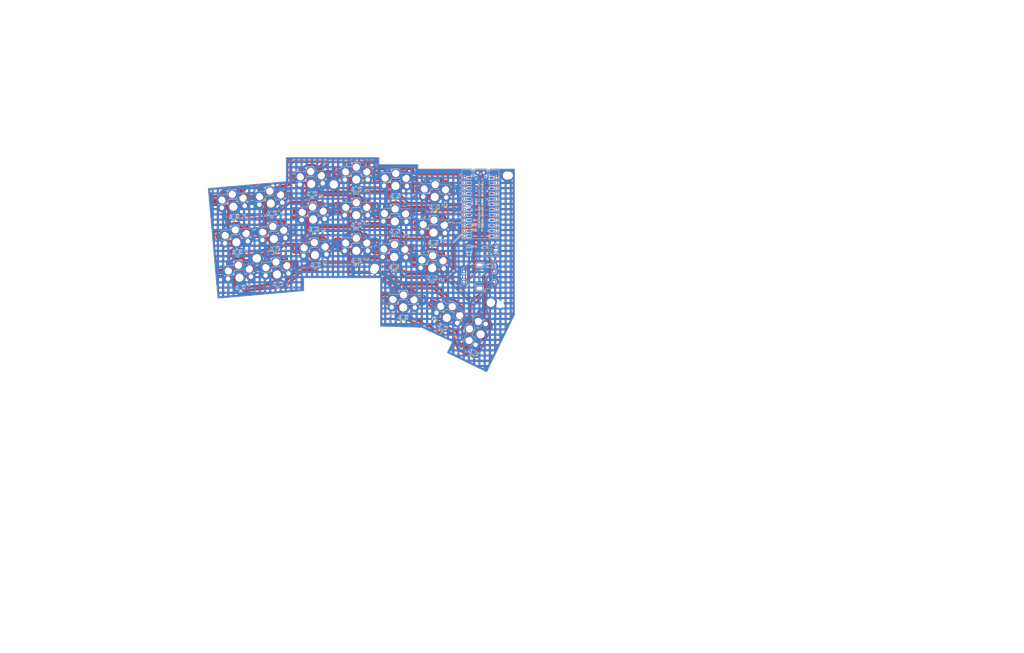
<source format=kicad_pcb>
(kicad_pcb (version 20240108) (generator "pcbnew") (generator_version "8.0")
  (title_block (title "Hookah Wireless Split") (date "2022-11-03") (rev "1"))
  (layers (0 "F.Cu" signal) (31 "B.Cu" signal) (34 "B.Paste" user) (35 "F.Paste" user) (36 "B.SilkS" user "B.Silkscreen") (37 "F.SilkS" user "F.Silkscreen") (38 "B.Mask" user) (39 "F.Mask" user) (44 "Edge.Cuts" user))
  (net 0 "")
  (net 1 "VBAT")
  (net 2 "BAT+")
  (net 3 "Net-(D1-A)")
  (net 4 "R1")
  (net 5 "Net-(D2-A)")
  (net 6 "Net-(D3-A)")
  (net 7 "Net-(D4-A)")
  (net 8 "Net-(D5-A)")
  (net 9 "Net-(D6-A)")
  (net 10 "R2")
  (net 11 "Net-(D7-A)")
  (net 12 "Net-(D8-A)")
  (net 13 "Net-(D9-A)")
  (net 14 "Net-(D10-A)")
  (net 15 "Net-(D11-A)")
  (net 16 "R3")
  (net 17 "Net-(D12-A)")
  (net 18 "Net-(D13-A)")
  (net 19 "Net-(D14-A)")
  (net 20 "Net-(D15-A)")
  (net 21 "R4")
  (net 22 "Net-(D16-A)")
  (net 23 "Net-(D17-A)")
  (net 24 "Net-(D18-A)")
  (net 25 "Net-(D19-A)")
  (net 26 "/C1")
  (net 27 "/C2")
  (net 28 "/C3")
  (net 29 "/C4")
  (net 30 "/C5")
  (net 35 "Net-(D20-A)")
  (net 36 "Net-(D22-A)")
  (net 37 "/ENC_A")
  (net 39 "Net-(D21-A)")
  (net 40 "/ENC_B")
  (net 44 "/C6")
  (net 49 "GND")
  (net 50 "RESET")
  (footprint "Diode_SMD:D_SOD-123_Reversible_THT" (layer "F.Cu") (at 142.409028 84.362452 179)
    (property "Reference" "D13")
    (property "Value" "1N4148W")
  )
  (footprint "keyswitches:wubbo-choc-socket-reversible" (layer "F.Cu") (at 142.55259 79.712667 -1)
    (property "Reference" "S13")
    (property "Value" "SW_Push_45deg")
  )
  (footprint "Diode_SMD:D_SOD-123_Reversible_THT" (layer "F.Cu") (at 124.340203 81.364252 180)
    (property "Reference" "D10")
    (property "Value" "1N4148W")
  )
  (footprint "keyswitches:wubbo-choc-socket-reversible" (layer "F.Cu") (at 142.849281 62.715258 -1)
    (property "Reference" "S14")
    (property "Value" "SW_Push_45deg")
  )
  (footprint "keyswitches:wubbo-choc-socket-reversible" (layer "F.Cu") (at 183.843506 116.666674 64)
    (property "Reference" "S21")
    (property "Value" "SW_Push_45deg")
  )
  (footprint "Diode_SMD:D_SOD-123_Reversible_THT" (layer "F.Cu") (at 83.900689 58.784384 -175)
    (property "Reference" "D6")
    (property "Value" "1N4148W")
  )
  (footprint "Diode_SMD:D_SOD-123_Reversible_THT" (layer "F.Cu") (at 165.570393 112.929821 154)
    (property "Reference" "D20")
    (property "Value" "1N4148W")
  )
  (footprint "keyswitches:wubbo-choc-socket-reversible" (layer "F.Cu") (at 103.79235 61.770848 3)
    (property "Reference" "S8")
    (property "Value" "SW_Push_45deg")
  )
  (footprint "Keebio-Parts:RotaryEncoder_Alps_EC11E-Switch_Vertical_H20mm" (layer "F.Cu") (at 183.337387 89.040556)
    (property "Reference" "SW22")
    (property "Value" "RotaryEncoder_Switch")
  )
  (footprint "keyswitches:wubbo-choc-socket-reversible" (layer "F.Cu") (at 68.58922 89.584486 5)
    (property "Reference" "S1")
    (property "Value" "SW_Push_45deg")
  )
  (footprint "Diode_SMD:D_SOD-123_Reversible_THT" (layer "F.Cu") (at 68.93248 94.223807 -175)
    (property "Reference" "D1")
    (property "Value" "1N4148W")
  )
  (footprint "keyswitches:wubbo-choc-socket-reversible" (layer "F.Cu") (at 102.90264 44.794145 3)
    (property "Reference" "S9")
    (property "Value" "SW_Push_45deg")
  )
  (footprint "TOTEMlib:M2-sandwich-hole" (layer "F.Cu") (at 113.677888 45.009657)
    (property "Reference" "H4")
    (property "Value" "MountingHole")
  )
  (footprint "Diode_SMD:D_SOD-123_Reversible_THT" (layer "F.Cu") (at 161.664482 55.693334 178)
    (property "Reference" "D18")
    (property "Value" "1N4148W")
  )
  (footprint "Diode_SMD:D_SOD-123_Reversible_THT" (layer "F.Cu") (at 85.382336 75.719694 -175)
    (property "Reference" "D5")
    (property "Value" "1N4148W")
  )
  (footprint "TOTEMlib:M2-sandwich-hole" (layer "F.Cu") (at 193.18 102.3378)
    (property "Reference" "H1")
    (property "Value" "MountingHole")
  )
  (footprint "keyswitches:wubbo-choc-socket-reversible" (layer "F.Cu") (at 67.107571 72.649178 5)
    (property "Reference" "S2")
    (property "Value" "SW_Push_45deg")
  )
  (footprint "keyboard-reversible:ProMicro_unrouted_MAC8" (layer "F.Cu") (at 183.743788 55.766555 -90)
    (property "Reference" "U1" (hide yes))
    (property "Value" "nice_nano" (hide yes))
  )
  (footprint "kleeb-master-switches:switch-MSK-12C02-smd" (layer "F.Cu") (at 183.857687 38.020858 -90)
    (property "Reference" "PSW1")
    (property "Value" "SW_Push_SPDT")
  )
  (footprint "keyswitches:wubbo-choc-socket-reversible" (layer "F.Cu") (at 124.402593 76.712666)
    (property "Reference" "S10")
    (property "Value" "SW_Push_45deg")
  )
  (footprint "TOTEMlib:M2-sandwich-hole" (layer "F.Cu") (at 76.848 80.316)
    (property "Reference" "H2")
    (property "Value" "MountingHole")
  )
  (footprint "keyswitches:wubbo-choc-socket-reversible" (layer "F.Cu") (at 104.682065 78.74755 3)
    (property "Reference" "S7")
    (property "Value" "SW_Push_45deg")
  )
  (footprint "keyswitches:wubbo-choc-socket-reversible" (layer "F.Cu") (at 83.557427 54.145063 5)
    (property "Reference" "S6")
    (property "Value" "SW_Push_45deg")
  )
  (footprint "TOTEMlib:M2-sandwich-hole" (layer "F.Cu") (at 132.786687 85.938456)
    (property "Reference" "H6")
    (property "Value" "MountingHole")
  )
  (footprint "Diode_SMD:D_SOD-123_Reversible_THT" (layer "F.Cu") (at 124.340202 64.364252 180)
    (property "Reference" "D11")
    (property "Value" "1N4148W")
  )
  (footprint "keyswitches:wubbo-choc-socket-reversible" (layer "F.Cu") (at 124.40259 42.712668)
    (property "Reference" "S12")
    (property "Value" "SW_Push_45deg")
  )
  (footprint "Diode_SMD:D_SOD-123_Reversible_THT" (layer "F.Cu") (at 67.450832 77.288498 -175)
    (property "Reference" "D2")
    (property "Value" "1N4148W")
  )
  (footprint "Diode_SMD:D_SOD-123_Reversible_THT" (layer "F.Cu") (at 160.477898 89.672621 178)
    (property "Reference" "D16")
    (property "Value" "1N4148W")
  )
  (footprint "keyswitches:wubbo-choc-socket-reversible" (layer "F.Cu") (at 167.665589 108.776356 -26)
    (property "Reference" "S20")
    (property "Value" "SW_Push_45deg")
  )
  (footprint "keyswitches:wubbo-choc-socket-reversible" (layer "F.Cu") (at 85.039078 71.080373 5)
    (property "Reference" "S5")
    (property "Value" "SW_Push_45deg")
  )
  (footprint "keyswitches:wubbo-choc-socket-reversible" (layer "F.Cu") (at 124.402589 59.712669)
    (property "Reference" "S11")
    (property "Value" "SW_Push_45deg")
  )
  (footprint "Diode_SMD:D_SOD-123_Reversible_THT" (layer "F.Cu") (at 104.863203 83.396024 -177)
    (property "Reference" "D7")
    (property "Value" "1N4148W")
  )
  (footprint "keyswitches:wubbo-choc-socket-reversible" (layer "F.Cu") (at 86.520722 88.015684 5)
    (property "Reference" "S4")
    (property "Value" "SW_Push_45deg")
  )
  (footprint "Diode_SMD:D_SOD-123_Reversible_THT" (layer "F.Cu") (at 146.729488 108.437334 179)
    (property "Reference" "D19")
    (property "Value" "1N4148W")
  )
  (footprint "Diode_SMD:D_SOD-123_Reversible_THT" (layer "F.Cu") (at 161.07119 72.682979 178)
    (property "Reference" "D17")
    (property "Value" "1N4148W")
  )
  (footprint "keyswitches:wubbo-choc-socket-reversible" (layer "F.Cu") (at 65.625925 55.713868 5)
    (property "Reference" "S3")
    (property "Value" "SW_Push_45deg")
  )
  (footprint "Diode_SMD:D_SOD-123_Reversible_THT" (layer "F.Cu") (at 142.705719 67.365043 179)
    (property "Reference" "D14")
    (property "Value" "1N4148W")
  )
  (footprint "Diode_SMD:D_SOD-123_Reversible_THT" (layer "F.Cu") (at 180.423757 125.254202 154)
    (property "Reference" "D21")
    (property "Value" "1N4148W")
  )
  (footprint "Button_Switch_SMD:SW_SPST_B3U-1000P" (layer "F.Cu") (at 178.295487 76.327856 -90)
    (property "Reference" "RSW1" (hide yes))
    (property "Value" "SW_Push" (hide yes))
  )
  (footprint "Connector_JST:JST_PH_S2B-PH-K_1x02_P2.00mm_Horizontal" (layer "F.Cu") (at 191.185988 75.197556 -90)
    (property "Reference" "J1" (hide yes))
    (property "Value" "Conn_01x02_Socket" (hide yes))
  )
  (footprint "keyswitches:wubbo-choc-socket-reversible" (layer "F.Cu") (at 146.873047 103.78755 -1)
    (property "Reference" "S19")
    (property "Value" "SW_Push_45deg")
  )
  (footprint "keyswitches:wubbo-choc-socket-reversible" (layer "F.Cu") (at 161.295881 68.036406 -2)
    (property "Reference" "S17")
    (property "Value" "SW_Push_45deg")
  )
  (footprint "keyswitches:wubbo-choc-socket-reversible" (layer "F.Cu") (at 160.702587 85.02605 -2)
    (property "Reference" "S16")
    (property "Value" "SW_Push_45deg")
  )
  (footprint "keyswitches:wubbo-choc-socket-reversible" (layer "F.Cu") (at 161.889169 51.046761 -2)
    (property "Reference" "S18")
    (property "Value" "SW_Push_45deg")
  )
  (footprint "keyswitches:wubbo-choc-socket-reversible" (layer "F.Cu") (at 143.145974 45.717849 -1)
    (property "Reference" "S15")
    (property "Value" "SW_Push_45deg")
  )
  (footprint "Diode_SMD:D_SOD-123_Reversible_THT" (layer "F.Cu") (at 143.002411 50.367633 179)
    (property "Reference" "D15")
    (property "Value" "1N4148W")
  )
  (footprint "TOTEMlib:M2-sandwich-hole" (layer "F.Cu") (at 197.482 40.7428)
    (property "Reference" "H5")
    (property "Value" "MountingHole")
  )
  (footprint "Diode_SMD:D_SOD-123_Reversible_THT" (layer "F.Cu") (at 65.969183 60.353188 -175)
    (property "Reference" "D3")
    (property "Value" "1N4148W")
  )
  (footprint "Diode_SMD:D_SOD-123_Reversible_THT" (layer "F.Cu") (at 103.973491 66.419322 -177)
    (property "Reference" "D8")
    (property "Value" "1N4148W")
  )
  (footprint "Diode_SMD:D_SOD-123_Reversible_THT" (layer "F.Cu") (at 124.340201 47.364251 180)
    (property "Reference" "D12")
    (property "Value" "1N4148W")
  )
  (footprint "Diode_SMD:D_SOD-123_Reversible_THT" (layer "F.Cu") (at 103.083782 49.442618 -177)
    (property "Reference" "D9")
    (property "Value" "1N4148W")
  )
  (footprint "Diode_SMD:D_SOD-123_Reversible_THT" (layer "F.Cu") (at 86.863984 92.655004 -175)
    (property "Reference" "D4")
    (property "Value" "1N4148W")
  )
  (footprint "Button_Switch_SMD:SW_SPST_B3U-1000P" (layer "B.Cu") (at 178.295487 76.327856 90)
    (property "Reference" "RSW2" (hide yes))
    (property "Value" "SW_Push" (hide yes))
  )
  (footprint "kleeb-master-switches:switch-MSK-12C02-smd" (layer "B.Cu") (at 183.860287 38.017257 -90)
    (property "Reference" "PSW2")
    (property "Value" "SW_Push_SPDT")
  )
  (footprint "Diode_SMD:D_SOD-123_Reversible_THT" (layer "B.Cu") (at 188.624588 83.884356 180)
    (property "Reference" "D22")
    (property "Value" "1N4148W")
  )
  (gr_line (start 90.821973 43.516782) (end 90.821972 32.042954) (stroke (width 0.15)) (layer "Edge.Cuts"))
  (gr_line (start 170.230988 120.307955) (end 155.549789 113.449955) (stroke (width 0.15)) (layer "Edge.Cuts"))
  (gr_line (start 135.81399 89.749399) (end 99.413615 89.751755) (stroke (width 0.15)) (layer "Edge.Cuts"))
  (gr_line (start 200.15431 37.529357) (end 200.15431 107.374782) (stroke (width 0.15)) (layer "Edge.Cuts"))
  (gr_line (start 154.051187 35.395756) (end 154.051189 37.529357) (stroke (width 0.15)) (layer "Edge.Cuts"))
  (gr_line (start 53.501203 46.781928) (end 90.821973 43.516782) (stroke (width 0.15)) (layer "Edge.Cuts"))
  (gr_line (start 200.15431 107.374782) (end 186.775038 134.806354) (stroke (width 0.15)) (layer "Edge.Cuts"))
  (gr_line (start 58.146303 99.558933) (end 99.439015 95.932921) (stroke (width 0.15)) (layer "Edge.Cuts"))
  (gr_line (start 135.407588 35.395755) (end 154.051187 35.395756) (stroke (width 0.15)) (layer "Edge.Cuts"))
  (gr_line (start 99.413615 89.751755) (end 99.439015 95.932921) (stroke (width 0.15)) (layer "Edge.Cuts"))
  (gr_line (start 58.146303 99.558933) (end 53.501203 46.781928) (stroke (width 0.15)) (layer "Edge.Cuts"))
  (gr_line (start 186.775038 134.806354) (end 167.716386 125.464157) (stroke (width 0.15)) (layer "Edge.Cuts"))
  (gr_line (start 154.051189 37.529357) (end 200.15431 37.529357) (stroke (width 0.15)) (layer "Edge.Cuts"))
  (gr_line (start 135.81399 112.865756) (end 135.81399 89.749399) (stroke (width 0.15)) (layer "Edge.Cuts"))
  (gr_line (start 155.549789 113.449955) (end 135.81399 112.865756) (stroke (width 0.15)) (layer "Edge.Cuts"))
  (gr_line (start 135.407588 32.042955) (end 135.407588 35.395755) (stroke (width 0.15)) (layer "Edge.Cuts"))
  (gr_line (start 167.716386 125.464157) (end 170.230988 120.307955) (stroke (width 0.15)) (layer "Edge.Cuts"))
  (gr_line (start 90.821972 32.042954) (end 135.407588 32.042955) (stroke (width 0.15)) (layer "Edge.Cuts"))
  (gr_text "MCU Face up.\nSolder jumpers on other side." (at 182.562687 65.761456 -90) (layer "B.SilkS") (effects (font (size 1 1)) (justify left bottom mirror)))
  (gr_text "MCU Face up.\nSolder jumpers on other side." (at 185.280487 65.913857 90) (layer "F.SilkS") (effects (font (size 1 1)) (justify left bottom)))
  (segment (start 184.542565 75.197556) (end 191.185988 75.197556) (width 0.2) (layer "F.Cu") (net 1))
  (segment (start 183.157687 41.220857) (end 183.157687 40.833257) (width 0.2) (layer "F.Cu") (net 1))
  (segment (start 183.157687 40.833257) (end 183.858087 40.132856) (width 0.2) (layer "F.Cu") (net 1))
  (segment (start 184.52039 75.175378) (end 184.542565 75.197556) (width 0.2) (layer "F.Cu") (net 1))
  (via (at 183.858087 40.132856) (size 0.45) (drill 0.3) (layers "F.Cu" "B.Cu") (net 1))
  (via (at 184.52039 75.175378) (size 0.45) (drill 0.3) (layers "F.Cu" "B.Cu") (net 1))
  (segment (start 184.520389 41.560156) (end 184.520389 67.987178) (width 0.2) (layer "B.Cu") (net 1))
  (segment (start 184.560286 41.217257) (end 184.560286 40.835056) (width 0.2) (layer "B.Cu") (net 1))
  (segment (start 184.560286 40.835056) (end 183.858087 40.132856) (width 0.2) (layer "B.Cu") (net 1))
  (segment (start 184.52039 75.175378) (end 184.520389 67.987178) (width 0.2) (layer "B.Cu") (net 1))
  (segment (start 184.520389 67.987178) (end 184.52039 69.438005) (width 0.2) (layer "B.Cu") (net 1))
  (segment (start 184.520388 41.303157) (end 184.520389 41.560156) (width 0.2) (layer "B.Cu") (net 1))
  (segment (start 190.27994 75.197555) (end 191.185988 75.197556) (width 0.2) (layer "B.Cu") (net 1))
  (segment (start 181.610189 42.533158) (end 179.654389 42.533157) (width 0.2) (layer "F.Cu") (net 2))
  (segment (start 181.617787 41.563757) (end 179.15059 41.563755) (width 0.2) (layer "F.Cu") (net 2))
  (segment (start 187.833187 42.533156) (end 181.610189 42.533158) (width 0.2) (layer "F.Cu") (net 2))
  (segment (start 179.15059 41.563755) (end 178.91779 41.796556) (width 0.2) (layer "F.Cu") (net 2))
  (segment (start 179.654389 42.533157) (end 178.91779 41.796556) (width 0.2) (layer "F.Cu") (net 2))
  (via (at 181.610189 42.533158) (size 0.45) (drill 0.3) (layers "F.Cu" "B.Cu") (net 2))
  (via (at 187.833187 42.533156) (size 0.45) (drill 0.3) (layers "F.Cu" "B.Cu") (net 2))
  (segment (start 187.833187 42.533156) (end 188.569789 41.796555) (width 0.2) (layer "B.Cu") (net 2))
  (segment (start 181.660287 42.483059) (end 181.610189 42.533158) (width 0.2) (layer "B.Cu") (net 2))
  (segment (start 181.620386 42.522957) (end 181.610189 42.533158) (width 0.2) (layer "B.Cu") (net 2))
  (segment (start 181.660286 41.217256) (end 181.660287 42.483059) (width 0.2) (layer "B.Cu") (net 2))
  (segment (start 62.023074 88.251692) (end 65.840872 87.917679) (width 0.2) (layer "F.Cu") (net 3))
  (segment (start 70.483601 87.069342) (end 71.226564 87.69276) (width 0.2) (layer "F.Cu") (net 3))
  (segment (start 66.262396 87.880801) (end 66.662796 87.403617) (width 0.2) (layer "F.Cu") (net 3))
  (segment (start 71.226564 87.69276) (end 75.047369 87.358483) (width 0.2) (layer "F.Cu") (net 3))
  (segment (start 75.347534 87.000761) (end 75.372837 86.998546) (width 0.2) (layer "F.Cu") (net 3))
  (segment (start 60.018876 86.569969) (end 62.023074 88.251692) (width 0.2) (layer "F.Cu") (net 3))
  (segment (start 75.047369 87.358483) (end 75.347534 87.000761) (width 0.2) (layer "F.Cu") (net 3))
  (segment (start 65.840872 87.917679) (end 66.262396 87.880801) (width 0.2) (layer "F.Cu") (net 3))
  (segment (start 66.662796 87.403617) (end 70.483601 87.069342) (width 0.2) (layer "F.Cu") (net 3))
  (via (at 75.372837 86.998546) (size 0.45) (drill 0.3) (layers "F.Cu" "B.Cu") (net 3))
  (via (at 65.840872 87.917679) (size 0.45) (drill 0.3) (layers "F.Cu" "B.Cu") (net 3))
  (segment (start 75.372837 86.998546) (end 75.331583 86.527034) (width 0.2) (layer "B.Cu") (net 3))
  (segment (start 67.135325 94.367614) (end 66.335163 93.567453) (width 0.2) (layer "B.Cu") (net 3))
  (segment (start 67.288758 94.367614) (end 67.135325 94.367614) (width 0.2) (layer "B.Cu") (net 3))
  (segment (start 66.335163 93.567453) (end 65.840872 87.917679) (width 0.2) (layer "B.Cu") (net 3))
  (segment (start 75.331583 86.527034) (end 76.505898 85.127542) (width 0.2) (layer "B.Cu") (net 3))
  (segment (start 98.797188 84.671756) (end 105.148857 84.671756) (width 0.2) (layer "F.Cu") (net 4))
  (segment (start 70.576202 94.08) (end 71.475379 94.834504) (width 0.2) (layer "F.Cu") (net 4))
  (segment (start 126.140203 81.364252) (end 141.031778 81.364251) (width 0.2) (layer "F.Cu") (net 4))
  (segment (start 88.507707 92.511197) (end 90.957748 92.511197) (width 0.2) (layer "F.Cu") (net 4))
  (segment (start 71.475379 94.834504) (end 87.753202 93.410377) (width 0.2) (layer "F.Cu") (net 4))
  (segment (start 141.031778 81.364251) (end 144.058777 84.391251) (width 0.2) (layer "F.Cu") (net 4))
  (segment (start 162.126893 89.730207) (end 161.157843 88.761155) (width 0.2) (layer "F.Cu") (net 4))
  (segment (start 106.510945 83.309666) (end 124.044787 83.309668) (width 0.2) (layer "F.Cu") (net 4))
  (segment (start 187.883987 66.510755) (end 188.569788 67.196556) (width 0.2) (layer "F.Cu") (net 4))
  (segment (start 162.126893 89.730203) (end 167.473336 89.730205) (width 0.2) (layer "F.Cu") (net 4))
  (segment (start 148.428684 88.761155) (end 144.058777 84.391251) (width 0.2) (layer "F.Cu") (net 4))
  (segment (start 161.157843 88.761155) (end 148.428684 88.761155) (width 0.2) (layer "F.Cu") (net 4))
  (segment (start 87.753202 93.410377) (end 88.507707 92.511197) (width 0.2) (layer "F.Cu") (net 4))
  (segment (start 105.148857 84.671756) (end 106.510945 83.309666) (width 0.2) (layer "F.Cu") (net 4))
  (segment (start 90.957748 92.511197) (end 98.797188 84.671756) (width 0.2) (layer "F.Cu") (net 4))
  (segment (start 179.62899 66.510757) (end 187.883987 66.510755) (width 0.2) (layer "F.Cu") (net 4))
  (segment (start 167.473336 89.730205) (end 170.902962 86.300578) (width 0.2) (layer "F.Cu") (net 4))
  (segment (start 124.044787 83.309668) (end 125.990202 81.364251) (width 0.2) (layer "F.Cu") (net 4))
  (via (at 170.902962 86.300578) (size 0.45) (drill 0.3) (layers "F.Cu" "B.Cu") (net 4))
  (via (at 179.62899 66.510757) (size 0.45) (drill 0.3) (layers "F.Cu" "B.Cu") (net 4))
  (segment (start 178.917787 67.196554) (end 178.943188 67.196558) (width 0.2) (layer "B.Cu") (net 4))
  (segment (start 174.842917 68.746224) (end 174.842918 66.706219) (width 0.2) (layer "B.Cu") (net 4))
  (segment (start 170.902961 72.686179) (end 174.842917 68.746224) (width 0.2) (layer "B.Cu") (net 4))
  (segment (start 170.902962 86.300578) (end 170.902961 72.686179) (width 0.2) (layer "B.Cu") (net 4))
  (segment (start 178.943188 67.196558) (end 179.62899 66.510757) (width 0.2) (layer "B.Cu") (net 4))
  (segment (start 177.682153 65.960922) (end 178.917788 67.196556) (width 0.2) (layer "B.Cu") (net 4))
  (segment (start 174.842918 66.706219) (end 175.588215 65.960922) (width 0.2) (layer "B.Cu") (net 4))
  (segment (start 175.588215 65.960922) (end 177.682153 65.960922) (width 0.2) (layer "B.Cu") (net 4))
  (segment (start 64.359224 70.982369) (end 64.780746 70.945489) (width 0.2) (layer "F.Cu") (net 5))
  (segment (start 73.865884 70.06545) (end 73.891187 70.063237) (width 0.2) (layer "F.Cu") (net 5))
  (segment (start 73.565719 70.423174) (end 73.865884 70.06545) (width 0.2) (layer "F.Cu") (net 5))
  (segment (start 65.181148 70.468311) (end 69.001952 70.134031) (width 0.2) (layer "F.Cu") (net 5))
  (segment (start 58.537227 69.634659) (end 60.541424 71.316381) (width 0.2) (layer "F.Cu") (net 5))
  (segment (start 60.541424 71.316381) (end 64.359224 70.982369) (width 0.2) (layer "F.Cu") (net 5))
  (segment (start 69.744915 70.757449) (end 73.565719 70.423174) (width 0.2) (layer "F.Cu") (net 5))
  (segment (start 64.780746 70.945489) (end 65.181148 70.468311) (width 0.2) (layer "F.Cu") (net 5))
  (segment (start 69.001952 70.134031) (end 69.744915 70.757449) (width 0.2) (layer "F.Cu") (net 5))
  (via (at 64.359224 70.982369) (size 0.45) (drill 0.3) (layers "F.Cu" "B.Cu") (net 5))
  (via (at 73.891187 70.063237) (size 0.45) (drill 0.3) (layers "F.Cu" "B.Cu") (net 5))
  (segment (start 64.853514 76.632142) (end 64.359224 70.982369) (width 0.2) (layer "B.Cu") (net 5))
  (segment (start 73.849935 69.591723) (end 75.024249 68.192233) (width 0.2) (layer "B.Cu") (net 5))
  (segment (start 73.891187 70.063237) (end 73.849935 69.591723) (width 0.2) (layer "B.Cu") (net 5))
  (segment (start 65.807111 77.432304) (end 64.853514 76.632142) (width 0.2) (layer "B.Cu") (net 5))
  (segment (start 62.877579 54.047059) (end 63.2991 54.010178) (width 0.2) (layer "F.Cu") (net 6))
  (segment (start 72.084076 53.487864) (end 72.384239 53.130141) (width 0.2) (layer "F.Cu") (net 6))
  (segment (start 68.263268 53.822138) (end 72.084076 53.487864) (width 0.2) (layer "F.Cu") (net 6))
  (segment (start 59.059781 54.381073) (end 62.877579 54.047059) (width 0.2) (layer "F.Cu") (net 6))
  (segment (start 63.2991 54.010178) (end 63.699502 53.533002) (width 0.2) (layer "F.Cu") (net 6))
  (segment (start 72.384239 53.130141) (end 72.409543 53.127927) (width 0.2) (layer "F.Cu") (net 6))
  (segment (start 63.699502 53.533002) (end 67.520306 53.19872) (width 0.2) (layer "F.Cu") (net 6))
  (segment (start 67.520306 53.19872) (end 68.263268 53.822138) (width 0.2) (layer "F.Cu") (net 6))
  (segment (start 57.05558 52.699352) (end 59.059781 54.381073) (width 0.2) (layer "F.Cu") (net 6))
  (via (at 72.409543 53.127927) (size 0.45) (drill 0.3) (layers "F.Cu" "B.Cu") (net 6))
  (via (at 62.877579 54.047059) (size 0.45) (drill 0.3) (layers "F.Cu" "B.Cu") (net 6))
  (segment (start 63.37187 59.696834) (end 62.877579 54.047059) (width 0.2) (layer "B.Cu") (net 6))
  (segment (start 72.409543 53.127927) (end 72.36829 52.656416) (width 0.2) (layer "B.Cu") (net 6))
  (segment (start 72.36829 52.656416) (end 73.542605 51.256923) (width 0.2) (layer "B.Cu") (net 6))
  (segment (start 64.325462 60.496995) (end 63.37187 59.696834) (width 0.2) (layer "B.Cu") (net 6))
  (segment (start 84.594302 85.834814) (end 88.415109 85.500539) (width 0.2) (layer "F.Cu") (net 7))
  (segment (start 93.279039 85.431956) (end 93.304343 85.429745) (width 0.2) (layer "F.Cu") (net 7))
  (segment (start 84.193901 86.311996) (end 84.594302 85.834814) (width 0.2) (layer "F.Cu") (net 7))
  (segment (start 79.954578 86.682889) (end 83.772377 86.348876) (width 0.2) (layer "F.Cu") (net 7))
  (segment (start 89.158067 86.123955) (end 92.978875 85.789681) (width 0.2) (layer "F.Cu") (net 7))
  (segment (start 88.415109 85.500539) (end 89.158067 86.123955) (width 0.2) (layer "F.Cu") (net 7))
  (segment (start 92.978875 85.789681) (end 93.279039 85.431956) (width 0.2) (layer "F.Cu") (net 7))
  (segment (start 77.950381 85.001168) (end 79.954578 86.682889) (width 0.2) (layer "F.Cu") (net 7))
  (segment (start 83.772377 86.348876) (end 84.193901 86.311996) (width 0.2) (layer "F.Cu") (net 7))
  (via (at 83.772377 86.348876) (size 0.45) (drill 0.3) (layers "F.Cu" "B.Cu") (net 7))
  (via (at 93.304343 85.429745) (size 0.45) (drill 0.3) (layers "F.Cu" "B.Cu") (net 7))
  (segment (start 85.460262 92.79881) (end 84.506668 91.998649) (width 0.2) (layer "B.Cu") (net 7))
  (segment (start 93.263089 84.958229) (end 94.437401 83.55874) (width 0.2) (layer "B.Cu") (net 7))
  (segment (start 84.506668 91.998649) (end 84.012375 86.348874) (width 0.2) (layer "B.Cu") (net 7))
  (segment (start 93.304343 85.429745) (end 93.263089 84.958229) (width 0.2) (layer "B.Cu") (net 7))
  (segment (start 91.797391 68.496648) (end 91.822695 68.494435) (width 0.2) (layer "F.Cu") (net 8))
  (segment (start 91.497226 68.854369) (end 91.797391 68.496648) (width 0.2) (layer "F.Cu") (net 8))
  (segment (start 82.712251 69.376687) (end 83.112653 68.899505) (width 0.2) (layer "F.Cu") (net 8))
  (segment (start 78.472933 69.74758) (end 82.290729 69.413565) (width 0.2) (layer "F.Cu") (net 8))
  (segment (start 87.676421 69.188648) (end 91.497226 68.854369) (width 0.2) (layer "F.Cu") (net 8))
  (segment (start 76.468734 68.065858) (end 78.472933 69.74758) (width 0.2) (layer "F.Cu") (net 8))
  (segment (start 86.93346 68.565227) (end 87.676421 69.188648) (width 0.2) (layer "F.Cu") (net 8))
  (segment (start 83.112653 68.899505) (end 86.93346 68.565227) (width 0.2) (layer "F.Cu") (net 8))
  (segment (start 82.290729 69.413565) (end 82.712251 69.376687) (width 0.2) (layer "F.Cu") (net 8))
  (via (at 82.290729 69.413565) (size 0.45) (drill 0.3) (layers "F.Cu" "B.Cu") (net 8))
  (via (at 91.822695 68.494435) (size 0.45) (drill 0.3) (layers "F.Cu" "B.Cu") (net 8))
  (segment (start 82.785022 75.063338) (end 82.290729 69.413565) (width 0.2) (layer "B.Cu") (net 8))
  (segment (start 83.738617 75.8635) (end 82.785022 75.063338) (width 0.2) (layer "B.Cu") (net 8))
  (segment (start 91.822695 68.494435) (end 91.781441 68.022921) (width 0.2) (layer "B.Cu") (net 8))
  (segment (start 91.781441 68.022921) (end 92.955756 66.623428) (width 0.2) (layer "B.Cu") (net 8))
  (segment (start 81.230603 52.441378) (end 81.631005 51.964196) (width 0.2) (layer "F.Cu") (net 9))
  (segment (start 74.987083 51.130549) (end 76.991282 52.81227) (width 0.2) (layer "F.Cu") (net 9))
  (segment (start 85.451808 51.62992) (end 86.194772 52.253337) (width 0.2) (layer "F.Cu") (net 9))
  (segment (start 81.631005 51.964196) (end 85.451808 51.62992) (width 0.2) (layer "F.Cu") (net 9))
  (segment (start 86.194772 52.253337) (end 90.015577 51.919059) (width 0.2) (layer "F.Cu") (net 9))
  (segment (start 76.991282 52.81227) (end 80.809082 52.478255) (width 0.2) (layer "F.Cu") (net 9))
  (segment (start 80.809082 52.478255) (end 81.230603 52.441378) (width 0.2) (layer "F.Cu") (net 9))
  (segment (start 90.315744 51.561338) (end 90.341044 51.559125) (width 0.2) (layer "F.Cu") (net 9))
  (segment (start 90.015577 51.919059) (end 90.315744 51.561338) (width 0.2) (layer "F.Cu") (net 9))
  (via (at 90.341044 51.559125) (size 0.45) (drill 0.3) (layers "F.Cu" "B.Cu") (net 9))
  (via (at 80.809082 52.478255) (size 0.45) (drill 0.3) (layers "F.Cu" "B.Cu") (net 9))
  (segment (start 82.256967 58.928191) (end 81.30337 58.128031) (width 0.2) (layer "B.Cu") (net 9))
  (segment (start 90.299793 51.087612) (end 91.474105 49.688119) (width 0.2) (layer "B.Cu") (net 9))
  (segment (start 81.30337 58.128031) (end 80.809082 52.478255) (width 0.2) (layer "B.Cu") (net 9))
  (segment (start 90.341044 51.559125) (end 90.299793 51.087612) (width 0.2) (layer "B.Cu") (net 9))
  (segment (start 70.223131 78.091679) (end 86.079067 76.704466) (width 0.2) (layer "F.Cu") (net 10))
  (segment (start 160.08053 70.100906) (end 147.062536 70.100906) (width 0.2) (layer "F.Cu") (net 10))
  (segment (start 175.043162 68.571378) (end 177.752613 68.571378) (width 0.2) (layer "F.Cu") (net 10))
  (segment (start 86.079067 76.704466) (end 87.026059 75.575885) (width 0.2) (layer "F.Cu") (net 10))
  (segment (start 97.908188 72.581355) (end 104.156579 66.332963) (width 0.2) (layer "F.Cu") (net 10))
  (segment (start 141.325881 64.364253) (end 144.355468 67.393839) (width 0.2) (layer "F.Cu") (net 10))
  (segment (start 87.026057 75.575888) (end 90.020588 72.581357) (width 0.2) (layer "F.Cu") (net 10))
  (segment (start 162.720185 72.740563) (end 160.08053 70.100906) (width 0.2) (layer "F.Cu") (net 10))
  (segment (start 69.094552 77.144691) (end 70.223131 78.091679) (width 0.2) (layer "F.Cu") (net 10))
  (segment (start 170.873977 72.740563) (end 175.043162 68.571378) (width 0.2) (layer "F.Cu") (net 10))
  (segment (start 177.752613 68.571378) (end 178.917789 69.736554) (width 0.2) (layer "F.Cu") (net 10))
  (segment (start 124.021489 66.332965) (end 125.990202 64.364251) (width 0.2) (layer "F.Cu") (net 10))
  (segment (start 126.140201 64.364252) (end 141.325881 64.364253) (width 0.2) (layer "F.Cu") (net 10))
  (segment (start 104.156579 66.332963) (end 105.62123 66.332966) (width 0.2) (layer "F.Cu") (net 10))
  (segment (start 162.720186 72.740564) (end 170.873977 72.740563) (width 0.2) (layer "F.Cu") (net 10))
  (segment (start 90.020588 72.581357) (end 97.908188 72.581355) (width 0.2) (layer "F.Cu") (net 10))
  (segment (start 105.62123 66.332966) (end 124.021489 66.332965) (width 0.2) (layer "F.Cu") (net 10))
  (segment (start 187.731587 69.736557) (end 178.91779 69.736557) (width 0.2) (layer "F.Cu") (net 10))
  (segment (start 147.062536 70.100906) (end 144.355468 67.393839) (width 0.2) (layer "F.Cu") (net 10))
  (via (at 187.731587 69.736557) (size 0.45) (drill 0.3) (layers "F.Cu" "B.Cu") (net 10))
  (segment (start 188.569788 69.736556) (end 187.731587 69.736557) (width 0.2) (layer "B.Cu") (net 10))
  (segment (start 97.900746 77.11437) (end 101.865032 77.11437) (width 0.2) (layer "F.Cu") (net 11))
  (segment (start 107.383819 76.949018) (end 111.213963 76.748288) (width 0.2) (layer "F.Cu") (net 11))
  (segment (start 96.222145 75.435768) (end 97.900746 77.11437) (width 0.2) (layer "F.Cu") (net 11))
  (segment (start 102.416112 76.963696) (end 102.832924 76.50078) (width 0.2) (layer "F.Cu") (net 11))
  (segment (start 101.99356 76.985841) (end 102.416112 76.963696) (width 0.2) (layer "F.Cu") (net 11))
  (segment (start 101.865032 77.11437) (end 101.99356 76.985841) (width 0.2) (layer "F.Cu") (net 11))
  (segment (start 106.663066 76.300051) (end 107.383819 76.949018) (width 0.2) (layer "F.Cu") (net 11))
  (segment (start 102.832924 76.50078) (end 106.663066 76.300051) (width 0.2) (layer "F.Cu") (net 11))
  (segment (start 111.213963 76.748288) (end 111.526429 76.401258) (width 0.2) (layer "F.Cu") (net 11))
  (segment (start 111.526429 76.401258) (end 111.551795 76.399931) (width 0.2) (layer "F.Cu") (net 11))
  (via (at 101.99356 76.985841) (size 0.45) (drill 0.3) (layers "F.Cu" "B.Cu") (net 11))
  (via (at 111.551795 76.399931) (size 0.45) (drill 0.3) (layers "F.Cu" "B.Cu") (net 11))
  (segment (start 111.527024 75.927266) (end 112.749464 74.569609) (width 0.2) (layer "B.Cu") (net 11))
  (segment (start 103.215464 83.482379) (end 102.290377 82.649426) (width 0.2) (layer "B.Cu") (net 11))
  (segment (start 111.551795 76.399931) (end 111.527024 75.927266) (width 0.2) (layer "B.Cu") (net 11))
  (segment (start 102.290377 82.649426) (end 101.99356 76.985841) (width 0.2) (layer "B.Cu") (net 11))
  (segment (start 100.903276 60.209713) (end 101.103848 60.009139) (width 0.2) (layer "F.Cu") (net 12))
  (segment (start 105.773358 59.323349) (end 106.494109 59.972315) (width 0.2) (layer "F.Cu") (net 12))
  (segment (start 106.494109 59.972315) (end 110.324256 59.771587) (width 0.2) (layer "F.Cu") (net 12))
  (segment (start 110.636718 59.42456) (end 110.662083 59.423229) (width 0.2) (layer "F.Cu") (net 12))
  (segment (start 95.332432 58.459067) (end 97.276719 60.20971) (width 0.2) (layer "F.Cu") (net 12))
  (segment (start 101.943212 59.524076) (end 105.773358 59.323349) (width 0.2) (layer "F.Cu") (net 12))
  (segment (start 97.276719 60.20971) (end 100.903276 60.209713) (width 0.2) (layer "F.Cu") (net 12))
  (segment (start 110.324256 59.771587) (end 110.636718 59.42456) (width 0.2) (layer "F.Cu") (net 12))
  (segment (start 101.103848 60.009139) (end 101.526401 59.986994) (width 0.2) (layer "F.Cu") (net 12))
  (segment (start 101.526401 59.986994) (end 101.943212 59.524076) (width 0.2) (layer "F.Cu") (net 12))
  (via (at 110.662083 59.423229) (size 0.45) (drill 0.3) (layers "F.Cu" "B.Cu") (net 12))
  (via (at 101.103848 60.009139) (size 0.45) (drill 0.3) (layers "F.Cu" "B.Cu") (net 12))
  (segment (start 102.325754 66.505676) (end 101.400666 65.672723) (width 0.2) (layer "B.Cu") (net 12))
  (segment (start 110.637312 58.950563) (end 111.859751 57.592905) (width 0.2) (layer "B.Cu") (net 12))
  (segment (start 110.662083 59.423229) (end 110.637312 58.950563) (width 0.2) (layer "B.Cu") (net 12))
  (segment (start 101.400666 65.672723) (end 101.103848 60.009139) (width 0.2) (layer "B.Cu") (net 12))
  (segment (start 105.604398 42.995611) (end 109.43454 42.794884) (width 0.2) (layer "F.Cu") (net 13))
  (segment (start 104.883645 42.346646) (end 105.604398 42.995611) (width 0.2) (layer "F.Cu") (net 13))
  (segment (start 100.013565 43.233009) (end 100.214138 43.032437) (width 0.2) (layer "F.Cu") (net 13))
  (segment (start 94.442722 41.482365) (end 96.387008 43.233006) (width 0.2) (layer "F.Cu") (net 13))
  (segment (start 96.387008 43.233006) (end 100.013565 43.233009) (width 0.2) (layer "F.Cu") (net 13))
  (segment (start 100.636689 43.010293) (end 101.053502 42.547373) (width 0.2) (layer "F.Cu") (net 13))
  (segment (start 109.747005 42.447855) (end 109.772373 42.446527) (width 0.2) (layer "F.Cu") (net 13))
  (segment (start 100.214138 43.032437) (end 100.636689 43.010293) (width 0.2) (layer "F.Cu") (net 13))
  (segment (start 101.053502 42.547373) (end 104.883645 42.346646) (width 0.2) (layer "F.Cu") (net 13))
  (segment (start 109.43454 42.794884) (end 109.747005 42.447855) (width 0.2) (layer "F.Cu") (net 13))
  (via (at 100.214138 43.032437) (size 0.45) (drill 0.3) (layers "F.Cu" "B.Cu") (net 13))
  (via (at 109.772373 42.446527) (size 0.45) (drill 0.3) (layers "F.Cu" "B.Cu") (net 13))
  (segment (start 101.436041 49.528973) (end 100.510953 48.69602) (width 0.2) (layer "B.Cu") (net 13))
  (segment (start 109.772373 42.446527) (end 109.747599 41.973858) (width 0.2) (layer "B.Cu") (net 13))
  (segment (start 100.510953 48.69602) (end 100.214138 43.032437) (width 0.2) (layer "B.Cu") (net 13))
  (segment (start 109.747599 41.973858) (end 110.970039 40.616202) (width 0.2) (layer "B.Cu") (net 13))
  (segment (start 121.809973 74.81267) (end 122.233106 74.812668) (width 0.2) (layer "F.Cu") (net 14))
  (segment (start 127.194775 75.058001) (end 131.030176 75.057999) (width 0.2) (layer "F.Cu") (net 14))
  (segment (start 126.508976 74.372201) (end 127.194775 75.058001) (width 0.2) (layer "F.Cu") (net 14))
  (segment (start 117.977593 74.81267) (end 121.809973 74.81267) (width 0.2) (layer "F.Cu") (net 14))
  (segment (start 131.030176 75.057999) (end 131.360374 74.727801) (width 0.2) (layer "F.Cu") (net 14))
  (segment (start 122.233106 74.812668) (end 122.673575 74.372201) (width 0.2) (layer "F.Cu") (net 14))
  (segment (start 131.360374 74.727801) (end 131.385774 74.727804) (width 0.2) (layer "F.Cu") (net 14))
  (segment (start 116.127595 72.962669) (end 117.977593 74.81267) (width 0.2) (layer "F.Cu") (net 14))
  (segment (start 122.673575 74.372201) (end 126.508976 74.372201) (width 0.2) (layer "F.Cu") (net 14))
  (via (at 131.385774 74.727804) (size 0.45) (drill 0.3) (layers "F.Cu" "B.Cu") (net 14))
  (via (at 121.809973 74.81267) (size 0.45) (drill 0.3) (layers "F.Cu" "B.Cu") (net 14))
  (segment (start 131.385776 74.254487) (end 132.677594 72.962669) (width 0.2) (layer "B.Cu") (net 14))
  (segment (start 121.809975 80.484024) (end 121.809973 74.81267) (width 0.2) (layer "B.Cu") (net 14))
  (segment (start 131.385774 74.727804) (end 131.385776 74.254487) (width 0.2) (layer "B.Cu") (net 14))
  (segment (start 122.690203 81.364252) (end 121.809975 80.484024) (width 0.2) (layer "B.Cu") (net 14))
  (segment (start 131.360374 57.727801) (end 131.385776 57.727803) (width 0.2) (layer "F.Cu") (net 15))
  (segment (start 131.030172 58.058002) (end 131.360374 57.727801) (width 0.2) (layer "F.Cu") (net 15))
  (segment (start 121.809975 57.812672) (end 122.233107 57.812668) (width 0.2) (layer "F.Cu") (net 15))
  (segment (start 122.233107 57.812668) (end 122.673573 57.372201) (width 0.2) (layer "F.Cu") (net 15))
  (segment (start 122.673573 57.372201) (end 126.508973 57.3722) (width 0.2) (layer "F.Cu") (net 15))
  (segment (start 116.127592 55.962668) (end 117.977593 57.812668) (width 0.2) (layer "F.Cu") (net 15))
  (segment (start 117.977593 57.812668) (end 121.809975 57.812672) (width 0.2) (layer "F.Cu") (net 15))
  (segment (start 126.508973 57.3722) (end 127.194773 58.058) (width 0.2) (layer "F.Cu") (net 15))
  (segment (start 127.194773 58.058) (end 131.030172 58.058002) (width 0.2) (layer "F.Cu") (net 15))
  (via (at 131.385776 57.727803) (size 0.45) (drill 0.3) (layers "F.Cu" "B.Cu") (net 15))
  (via (at 121.809975 57.812672) (size 0.45) (drill 0.3) (layers "F.Cu" "B.Cu") (net 15))
  (segment (start 131.385772 57.254486) (end 132.677593 55.962668) (width 0.2) (layer "B.Cu") (net 15))
  (segment (start 131.385776 57.727803) (end 131.385772 57.254486) (width 0.2) (layer "B.Cu") (net 15))
  (segment (start 121.809974 63.484025) (end 121.809975 57.812672) (width 0.2) (layer "B.Cu") (net 15))
  (segment (start 122.6902 64.36425) (end 121.809974 63.484025) (width 0.2) (layer "B.Cu") (net 15))
  (segment (start 67.612904 60.20938) (end 68.694468 61.116918) (width 0.2) (layer "F.Cu") (net 16))
  (segment (start 84.636871 59.722138) (end 85.544409 58.640578) (width 0.2) (layer "F.Cu") (net 16))
  (segment (start 86.271168 58.640577) (end 92.472589 52.439157) (width 0.2) (layer "F.Cu") (net 16))
  (segment (start 85.544409 58.640578) (end 86.271168 58.640577) (width 0.2) (layer "F.Cu") (net 16))
  (segment (start 123.998189 49.356262) (end 125.990204 47.36425) (width 0.2) (layer "F.Cu") (net 16))
  (segment (start 149.006287 54.750557) (end 162.313114 54.750557) (width 0.2) (layer "F.Cu") (net 16))
  (segment (start 104.73152 49.356264) (end 123.998189 49.356262) (width 0.2) (layer "F.Cu") (net 16))
  (segment (start 101.648627 52.439155) (end 104.73152 49.356264) (width 0.2) (layer "F.Cu") (net 16))
  (segment (start 178.814493 55.750918) (end 179.679788 56.616212) (width 0.2) (layer "F.Cu") (net 16))
  (segment (start 179.679788 56.616212) (end 179.679789 57.011157) (width 0.2) (layer "F.Cu") (net 16))
  (segment (start 188.569787 57.036556) (end 179.705187 57.036556) (width 0.2) (layer "F.Cu") (net 16))
  (segment (start 141.619982 47.364248) (end 144.65216 50.396428) (width 0.2) (layer "F.Cu") (net 16))
  (segment (start 68.694468 61.116918) (end 84.636871 59.722138) (width 0.2) (layer "F.Cu") (net 16))
  (segment (start 163.313477 55.750918) (end 178.814493 55.750918) (width 0.2) (layer "F.Cu") (net 16))
  (segment (start 179.705187 57.036556) (end 179.679789 57.011157) (width 0.2) (layer "F.Cu") (net 16))
  (segment (start 144.65216 50.396428) (end 149.006287 54.750557) (width 0.2) (layer "F.Cu") (net 16))
  (segment (start 162.313114 54.750557) (end 163.313477 55.750918) (width 0.2) (layer "F.Cu") (net 16))
  (segment (start 126.140202 47.364251) (end 141.619982 47.364248) (width 0.2) (layer "F.Cu") (net 16))
  (segment (start 92.472589 52.439157) (end 101.648627 52.439155) (width 0.2) (layer "F.Cu") (net 16))
  (via (at 179.679789 57.011157) (size 0.45) (drill 0.3) (layers "F.Cu" "B.Cu") (net 16))
  (segment (start 179.679789 57.011157) (end 178.943188 57.011155) (width 0.2) (layer "B.Cu") (net 16))
  (segment (start 178.943188 57.011155) (end 178.917787 57.036556) (width 0.2) (layer "B.Cu") (net 16))
  (segment (start 117.977593 40.812669) (end 121.809976 40.812667) (width 0.2) (layer "F.Cu") (net 17))
  (segment (start 131.030175 41.058002) (end 131.360373 40.7278) (width 0.2) (layer "F.Cu") (net 17))
  (segment (start 127.194775 41.057999) (end 131.030175 41.058002) (width 0.2) (layer "F.Cu") (net 17))
  (segment (start 121.809976 40.812667) (end 122.233106 40.812669) (width 0.2) (layer "F.Cu") (net 17))
  (segment (start 122.673576 40.372201) (end 126.508974 40.372202) (width 0.2) (layer "F.Cu") (net 17))
  (segment (start 131.360373 40.7278) (end 131.385775 40.727802) (width 0.2) (layer "F.Cu") (net 17))
  (segment (start 122.233106 40.812669) (end 122.673576 40.372201) (width 0.2) (layer "F.Cu") (net 17))
  (segment (start 126.508974 40.372202) (end 127.194775 41.057999) (width 0.2) (layer "F.Cu") (net 17))
  (segment (start 116.127592 38.962669) (end 117.977593 40.812669) (width 0.2) (layer "F.Cu") (net 17))
  (via (at 131.385775 40.727802) (size 0.45) (drill 0.3) (layers "F.Cu" "B.Cu") (net 17))
  (via (at 121.809976 40.812667) (size 0.45) (drill 0.3) (layers "F.Cu" "B.Cu") (net 17))
  (segment (start 131.385775 40.727802) (end 131.385777 40.254485) (width 0.2) (layer "B.Cu") (net 17))
  (segment (start 121.809974 46.484022) (end 121.809976 40.812667) (width 0.2) (layer "B.Cu") (net 17))
  (segment (start 122.6902 47.364251) (end 121.809974 46.484022) (width 0.2) (layer "B.Cu") (net 17))
  (segment (start 131.385777 40.254485) (end 132.677592 38.962669) (width 0.2) (layer "B.Cu") (net 17))
  (segment (start 139.993529 77.767711) (end 140.416595 77.775094) (width 0.2) (layer "F.Cu") (net 18))
  (segment (start 136.16173 77.700824) (end 136.228615 77.767709) (width 0.2) (layer "F.Cu") (net 18))
  (segment (start 134.344301 75.81882) (end 136.16173 77.700824) (width 0.2) (layer "F.Cu") (net 18))
  (segment (start 149.208043 78.17392) (end 149.543956 77.849533) (width 0.2) (layer "F.Cu") (net 18))
  (segment (start 145.373228 78.106982) (end 149.208043 78.17392) (width 0.2) (layer "F.Cu") (net 18))
  (segment (start 140.416595 77.775094) (end 140.864685 77.342381) (width 0.2) (layer "F.Cu") (net 18))
  (segment (start 149.543956 77.849533) (end 149.569353 77.849976) (width 0.2) (layer "F.Cu") (net 18))
  (segment (start 136.228615 77.767709) (end 139.993529 77.767711) (width 0.2) (layer "F.Cu") (net 18))
  (segment (start 140.864685 77.342381) (end 144.699501 77.40932) (width 0.2) (layer "F.Cu") (net 18))
  (segment (start 144.699501 77.40932) (end 145.373228 78.106982) (width 0.2) (layer "F.Cu") (net 18))
  (via (at 149.569353 77.849976) (size 0.45) (drill 0.3) (layers "F.Cu" "B.Cu") (net 18))
  (via (at 139.993529 77.767711) (size 0.45) (drill 0.3) (layers "F.Cu" "B.Cu") (net 18))
  (segment (start 139.894551 83.438202) (end 139.993529 77.767711) (width 0.2) (layer "B.Cu") (net 18))
  (segment (start 149.577613 77.376733) (end 150.891777 76.107658) (width 0.2) (layer "B.Cu") (net 18))
  (segment (start 149.569353 77.849976) (end 149.577613 77.376733) (width 0.2) (layer "B.Cu") (net 18))
  (segment (start 140.759281 84.333658) (end 139.894551 83.438202) (width 0.2) (layer "B.Cu") (net 18))
  (segment (start 149.504733 61.176507) (end 149.840648 60.852122) (width 0.2) (layer "F.Cu") (net 19))
  (segment (start 145.669918 61.109572) (end 149.504733 61.176507) (width 0.2) (layer "F.Cu") (net 19))
  (segment (start 140.290221 60.770298) (end 140.71329 60.777683) (width 0.2) (layer "F.Cu") (net 19))
  (segment (start 144.996193 60.411906) (end 145.669918 61.109572) (width 0.2) (layer "F.Cu") (net 19))
  (segment (start 134.64099 58.821412) (end 136.458422 60.703413) (width 0.2) (layer "F.Cu") (net 19))
  (segment (start 136.458422 60.703413) (end 136.525304 60.7703) (width 0.2) (layer "F.Cu") (net 19))
  (segment (start 136.525304 60.7703) (end 140.290221 60.770298) (width 0.2) (layer "F.Cu") (net 19))
  (segment (start 140.71329 60.777683) (end 141.161375 60.344972) (width 0.2) (layer "F.Cu") (net 19))
  (segment (start 149.840648 60.852122) (end 149.866044 60.852564) (width 0.2) (layer "F.Cu") (net 19))
  (segment (start 141.161375 60.344972) (end 144.996193 60.411906) (width 0.2) (layer "F.Cu") (net 19))
  (via (at 140.290221 60.770298) (size 0.45) (drill 0.3) (layers "F.Cu" "B.Cu") (net 19))
  (via (at 149.866044 60.852564) (size 0.45) (drill 0.3) (layers "F.Cu" "B.Cu") (net 19))
  (segment (start 141.055972 67.336248) (end 140.191241 66.440793) (width 0.2) (layer "B.Cu") (net 19))
  (segment (start 140.191241 66.440793) (end 140.290221 60.770298) (width 0.2) (layer "B.Cu") (net 19))
  (segment (start 149.874303 60.379325) (end 151.188469 59.110246) (width 0.2) (layer "B.Cu") (net 19))
  (segment (start 149.866044 60.852564) (end 149.874303 60.379325) (width 0.2) (layer "B.Cu") (net 19))
  (segment (start 149.801425 44.179099) (end 150.137339 43.854713) (width 0.2) (layer "F.Cu") (net 20))
  (segment (start 134.937681 41.824001) (end 136.755113 43.706004) (width 0.2) (layer "F.Cu") (net 20))
  (segment (start 136.755113 43.706004) (end 136.821998 43.772891) (width 0.2) (layer "F.Cu") (net 20))
  (segment (start 145.966609 44.112163) (end 149.801425 44.179099) (width 0.2) (layer "F.Cu") (net 20))
  (segment (start 145.292883 43.414498) (end 145.966609 44.112163) (width 0.2) (layer "F.Cu") (net 20))
  (segment (start 136.821998 43.772891) (end 140.586912 43.77289) (width 0.2) (layer "F.Cu") (net 20))
  (segment (start 141.458065 43.34756) (end 145.292883 43.414498) (width 0.2) (layer "F.Cu") (net 20))
  (segment (start 150.137339 43.854713) (end 150.162735 43.855155) (width 0.2) (layer "F.Cu") (net 20))
  (segment (start 140.586912 43.77289) (end 141.009978 43.780271) (width 0.2) (layer "F.Cu") (net 20))
  (segment (start 141.009978 43.780271) (end 141.458065 43.34756) (width 0.2) (layer "F.Cu") (net 20))
  (via (at 140.586912 43.77289) (size 0.45) (drill 0.3) (layers "F.Cu" "B.Cu") (net 20))
  (via (at 150.162735 43.855155) (size 0.45) (drill 0.3) (layers "F.Cu" "B.Cu") (net 20))
  (segment (start 140.487933 49.443381) (end 140.586912 43.77289) (width 0.2) (layer "B.Cu") (net 20))
  (segment (start 141.352663 50.338839) (end 140.487933 49.443381) (width 0.2) (layer "B.Cu") (net 20))
  (segment (start 150.170996 43.381914) (end 151.48516 42.112839) (width 0.2) (layer "B.Cu") (net 20))
  (segment (start 150.162735 43.855155) (end 150.170996 43.381914) (width 0.2) (layer "B.Cu") (net 20))
  (segment (start 180.291094 126.533835) (end 181.906767 125.977514) (width 0.2) (layer "F.Cu") (net 21))
  (segment (start 187.756988 67.196555) (end 178.917787 67.196554) (width 0.2) (layer "F.Cu") (net 21))
  (segment (start 173.923074 123.427945) (end 177.958963 125.396378) (width 0.2) (layer "F.Cu") (net 21))
  (segment (start 162.341007 115.275741) (end 167.053403 113.653131) (width 0.2) (layer "F.Cu") (net 21))
  (segment (start 177.958963 125.396378) (end 180.291094 126.533835) (width 0.2) (layer "F.Cu") (net 21))
  (segment (start 167.053403 113.653131) (end 171.264557 115.707049) (width 0.2) (layer "F.Cu") (net 21))
  (segment (start 178.003384 125.4408) (end 177.958963 125.396378) (width 0.2) (layer "F.Cu") (net 21))
  (segment (start 148.379238 108.46613) (end 162.341007 115.275741) (width 0.2) (layer "F.Cu") (net 21))
  (segment (start 171.264557 115.707049) (end 173.923074 123.427945) (width 0.2) (layer "F.Cu") (net 21))
  (via (at 187.756988 67.196555) (size 0.45) (drill 0.3) (layers "F.Cu" "B.Cu") (net 21))
  (segment (start 188.216076 112.325226) (end 185.812762 105.345499) (width 0.2) (layer "B.Cu") (net 21))
  (segment (start 185.812763 89.297778) (end 185.812762 105.345499) (width 0.2) (layer "B.Cu") (net 21))
  (segment (start 188.569788 67.196556) (end 187.756988 67.196555) (width 0.2) (layer "B.Cu") (net 21))
  (segment (start 186.974589 80.433178) (end 186.974589 67.978954) (width 0.2) (layer "B.Cu") (net 21))
  (segment (start 185.812763 89.196178) (end 190.274588 84.734353) (width 0.2) (layer "B.Cu") (net 21))
  (segment (start 190.274588 84.734353) (end 190.274589 83.884355) (width 0.2) (layer "B.Cu") (net 21))
  (segment (start 190.274589 83.884355) (end 190.274588 83.733178) (width 0.2) (layer "B.Cu") (net 21))
  (segment (start 186.974589 67.978954) (end 187.756988 67.196555) (width 0.2) (layer "B.Cu") (net 21))
  (segment (start 181.906767 125.977514) (end 188.360648 112.745096) (width 0.2) (layer "B.Cu") (net 21))
  (segment (start 190.274588 83.733178) (end 186.974589 80.433178) (width 0.2) (layer "B.Cu") (net 21))
  (segment (start 188.360648 112.745096) (end 188.216076 112.325226) (width 0.2) (layer "B.Cu") (net 21))
  (segment (start 185.812763 89.297778) (end 185.812763 89.196178) (width 0.2) (layer "B.Cu") (net 21))
  (segment (start 167.725402 83.285214) (end 167.750787 83.286099) (width 0.2) (layer "F.Cu") (net 22))
  (segment (start 167.38388 83.603688) (end 167.725402 83.285214) (width 0.2) (layer "F.Cu") (net 22))
  (segment (start 154.347811 82.902978) (end 158.177861 83.036729) (width 0.2) (layer "F.Cu") (net 22))
  (segment (start 152.563502 80.989539) (end 154.347811 82.902978) (width 0.2) (layer "F.Cu") (net 22))
  (segment (start 158.600733 83.051495) (end 159.056305 82.626665) (width 0.2) (layer "F.Cu") (net 22))
  (segment (start 163.550817 83.469833) (end 167.38388 83.603688) (width 0.2) (layer "F.Cu") (net 22))
  (segment (start 159.056305 82.626665) (end 162.889369 82.76052) (width 0.2) (layer "F.Cu") (net 22))
  (segment (start 162.889369 82.76052) (end 163.550817 83.469833) (width 0.2) (layer "F.Cu") (net 22))
  (segment (start 158.177861 83.036729) (end 158.600733 83.051495) (width 0.2) (layer "F.Cu") (net 22))
  (via (at 167.750787 83.286099) (size 0.45) (drill 0.3) (layers "F.Cu" "B.Cu") (net 22))
  (via (at 158.177861 83.036729) (size 0.45) (drill 0.3) (layers "F.Cu" "B.Cu") (net 22))
  (segment (start 157.979935 88.704628) (end 158.177861 83.036729) (width 0.2) (layer "B.Cu") (net 22))
  (segment (start 167.767307 82.813073) (end 169.103421 81.567129) (width 0.2) (layer "B.Cu") (net 22))
  (segment (start 167.750787 83.286099) (end 167.767307 82.813073) (width 0.2) (layer "B.Cu") (net 22))
  (segment (start 158.828903 89.615038) (end 157.979935 88.704628) (width 0.2) (layer "B.Cu") (net 22))
  (segment (start 163.48266 65.770877) (end 164.144109 66.480192) (width 0.2) (layer "F.Cu") (net 23))
  (segment (start 164.144109 66.480192) (end 167.977172 66.614045) (width 0.2) (layer "F.Cu") (net 23))
  (segment (start 159.194026 66.061851) (end 159.649598 65.637022) (width 0.2) (layer "F.Cu") (net 23))
  (segment (start 153.156795 63.999896) (end 154.941103 65.913336) (width 0.2) (layer "F.Cu") (net 23))
  (segment (start 154.941103 65.913336) (end 158.771151 66.047084) (width 0.2) (layer "F.Cu") (net 23))
  (segment (start 158.771151 66.047084) (end 159.194026 66.061851) (width 0.2) (layer "F.Cu") (net 23))
  (segment (start 167.977172 66.614045) (end 168.318696 66.29557) (width 0.2) (layer "F.Cu") (net 23))
  (segment (start 168.318696 66.29557) (end 168.344081 66.296459) (width 0.2) (layer "F.Cu") (net 23))
  (segment (start 159.649598 65.637022) (end 163.48266 65.770877) (width 0.2) (layer "F.Cu") (net 23))
  (via (at 168.344081 66.296459) (size 0.45) (drill 0.3) (layers "F.Cu" "B.Cu") (net 23))
  (via (at 158.771151 66.047084) (size 0.45) (drill 0.3) (layers "F.Cu" "B.Cu") (net 23))
  (segment (start 168.3606 65.823431) (end 169.696712 64.577486) (width 0.2) (layer "B.Cu") (net 23))
  (segment (start 168.344081 66.296459) (end 168.3606 65.823431) (width 0.2) (layer "B.Cu") (net 23))
  (segment (start 159.422195 72.625395) (end 158.573223 71.714984) (width 0.2) (layer "B.Cu") (net 23))
  (segment (start 158.573223 71.714984) (end 158.771151 66.047084) (width 0.2) (layer "B.Cu") (net 23))
  (segment (start 164.737399 49.490549) (end 168.570463 49.624402) (width 0.2) (layer "F.Cu") (net 24))
  (segment (start 168.911985 49.305926) (end 168.937369 49.306814) (width 0.2) (layer "F.Cu") (net 24))
  (segment (start 160.242888 48.647377) (end 164.075953 48.78123) (width 0.2) (layer "F.Cu") (net 24))
  (segment (start 168.570463 49.624402) (end 168.911985 49.305926) (width 0.2) (layer "F.Cu") (net 24))
  (segment (start 155.534395 48.92369) (end 159.364441 49.057438) (width 0.2) (layer "F.Cu") (net 24))
  (segment (start 153.750088 47.010253) (end 155.534395 48.92369) (width 0.2) (layer "F.Cu") (net 24))
  (segment (start 159.364441 49.057438) (end 159.787315 49.072205) (width 0.2) (layer "F.Cu") (net 24))
  (segment (start 164.075953 48.78123) (end 164.737399 49.490549) (width 0.2) (layer "F.Cu") (net 24))
  (segment (start 159.787315 49.072205) (end 160.242888 48.647377) (width 0.2) (layer "F.Cu") (net 24))
  (via (at 159.364441 49.057438) (size 0.45) (drill 0.3) (layers "F.Cu" "B.Cu") (net 24))
  (via (at 168.937369 49.306814) (size 0.45) (drill 0.3) (layers "F.Cu" "B.Cu") (net 24))
  (segment (start 168.937369 49.306814) (end 168.953888 48.833788) (width 0.2) (layer "B.Cu") (net 24))
  (segment (start 160.015485 55.63575) (end 159.166515 54.725338) (width 0.2) (layer "B.Cu") (net 24))
  (segment (start 159.166515 54.725338) (end 159.364441 49.057438) (width 0.2) (layer "B.Cu") (net 24))
  (segment (start 168.953888 48.833788) (end 170.290003 47.587841) (width 0.2) (layer "B.Cu") (net 24))
  (segment (start 144.737053 101.849976) (end 145.185144 101.417262) (width 0.2) (layer "F.Cu") (net 25))
  (segment (start 145.185144 101.417262) (end 149.019956 101.484198) (width 0.2) (layer "F.Cu") (net 25))
  (segment (start 149.693684 102.181863) (end 153.528498 102.248802) (width 0.2) (layer "F.Cu") (net 25))
  (segment (start 140.482187 101.775706) (end 140.549072 101.84259) (width 0.2) (layer "F.Cu") (net 25))
  (segment (start 144.313986 101.84259) (end 144.737053 101.849976) (width 0.2) (layer "F.Cu") (net 25))
  (segment (start 140.549072 101.84259) (end 144.313986 101.84259) (width 0.2) (layer "F.Cu") (net 25))
  (segment (start 138.664757 99.8937) (end 140.482187 101.775706) (width 0.2) (layer "F.Cu") (net 25))
  (segment (start 153.864413 101.924413) (end 153.889809 101.924856) (width 0.2) (layer "F.Cu") (net 25))
  (segment (start 149.019956 101.484198) (end 149.693684 102.181863) (width 0.2) (layer "F.Cu") (net 25))
  (segment (start 153.528498 102.248802) (end 153.864413 101.924413) (width 0.2) (layer "F.Cu") (net 25))
  (via (at 144.313986 101.84259) (size 0.45) (drill 0.3) (layers "F.Cu" "B.Cu") (net 25))
  (via (at 153.889809 101.924856) (size 0.45) (drill 0.3) (layers "F.Cu" "B.Cu") (net 25))
  (segment (start 153.889809 101.924856) (end 153.898068 101.451616) (width 0.2) (layer "B.Cu") (net 25))
  (segment (start 153.898068 101.451616) (end 155.212235 100.182539) (width 0.2) (layer "B.Cu") (net 25))
  (segment (start 144.215009 107.513081) (end 144.313986 101.84259) (width 0.2) (layer "B.Cu") (net 25))
  (segment (start 145.079738 108.408537) (end 144.215009 107.513081) (width 0.2) (layer "B.Cu") (net 25))
  (segment (start 174.120178 38.421578) (end 161.3538 38.421578) (width 0.2) (layer "F.Cu") (net 26))
  (segment (start 66.178936 81.581636) (end 65.740233 82.10446) (width 0.2) (layer "F.Cu") (net 26))
  (segment (start 90.994562 44.270983) (end 91.006893 44.269905) (width 0.2) (layer "F.Cu") (net 26))
  (segment (start 133.641162 32.757379) (end 134.911162 34.027377) (width 0.2) (layer "F.Cu") (net 26))
  (segment (start 94.399287 32.757377) (end 133.641162 32.757379) (width 0.2) (layer "F.Cu") (net 26))
  (segment (start 154.215162 38.421577) (end 161.3538 38.421578) (width 0.2) (layer "F.Cu") (net 26))
  (segment (start 187.729415 52.600521) (end 179.561755 52.600521) (width 0.2) (layer "F.Cu") (net 26))
  (segment (start 64.743467 64.591292) (end 64.697289 64.646325) (width 0.2) (layer "F.Cu") (net 26))
  (segment (start 134.911162 34.027377) (end 134.911162 35.475178) (width 0.2) (layer "F.Cu") (net 26))
  (segment (start 71.333183 83.371691) (end 71.293591 82.919172) (width 0.2) (layer "F.Cu") (net 26))
  (segment (start 68.369887 49.501074) (end 71.313643 45.992841) (width 0.2) (layer "F.Cu") (net 26))
  (segment (start 152.691162 35.779978) (end 153.503963 36.592778) (width 0.2) (layer "F.Cu") (net 26))
  (segment (start 64.697289 64.646325) (end 64.258585 65.169151) (width 0.2) (layer "F.Cu") (net 26))
  (segment (start 174.9174 39.2188) (end 174.120178 38.421578) (width 0.2) (layer "F.Cu") (net 26))
  (segment (start 135.215962 35.779979) (end 152.691162 35.779978) (width 0.2) (layer "F.Cu") (net 26))
  (segment (start 62.77694 48.23384) (end 62.779151 48.259144) (width 0.2) (layer "F.Cu") (net 26))
  (segment (start 91.469017 44.229475) (end 91.680362 44.018131) (width 0.2) (layer "F.Cu") (net 26))
  (segment (start 179.561755 52.600521) (end 178.917789 51.956554) (width 0.2) (layer "F.Cu") (net 26))
  (segment (start 66.225117 81.5266) (end 66.178936 81.581636) (width 0.2) (layer "F.Cu") (net 26))
  (segment (start 153.503963 37.710378) (end 154.215162 38.421577) (width 0.2) (layer "F.Cu") (net 26))
  (segment (start 67.830474 64.321213) (end 64.743467 64.591292) (width 0.2) (layer "F.Cu") (net 26))
  (segment (start 91.680362 44.018131) (end 91.680362 34.933213) (width 0.2) (layer "F.Cu") (net 26))
  (segment (start 90.994572 44.270984) (end 91.469017 44.229475) (width 0.2) (layer "F.Cu") (net 26))
  (segment (start 71.293591 82.919172) (end 69.312124 81.256524) (width 0.2) (layer "F.Cu") (net 26))
  (segment (start 174.9174 47.762461) (end 175.380918 48.225979) (width 0.2) (layer "F.Cu") (net 26))
  (segment (start 69.851534 66.436383) (end 69.811944 65.983863) (width 0.2) (layer "F.Cu") (net 26))
  (segment (start 90.994562 44.270983) (end 90.994572 44.270984) (width 0.2) (layer "F.Cu") (net 26))
  (segment (start 65.740233 82.10446) (end 65.742448 82.129763) (width 0.2) (layer "F.Cu") (net 26))
  (segment (start 134.911162 35.475178) (end 135.215962 35.779979) (width 0.2) (layer "F.Cu") (net 26))
  (segment (start 174.9174 39.2188) (end 174.9174 47.762461) (width 0.2) (layer "F.Cu") (net 26))
  (segment (start 71.313643 45.992841) (end 90.994562 44.270983) (width 0.2) (layer "F.Cu") (net 26))
  (segment (start 68.330296 49.04855) (end 66.348828 47.385903) (width 0.2) (layer "F.Cu") (net 26))
  (segment (start 63.261819 47.655979) (end 63.215641 47.711014) (width 0.2) (layer "F.Cu") (net 26))
  (segment (start 93.856198 32.757377) (end 94.399287 32.757377) (width 0.2) (layer "F.Cu") (net 26))
  (segment (start 91.680362 34.933213) (end 93.856198 32.757377) (width 0.2) (layer "F.Cu") (net 26))
  (segment (start 63.215641 47.711014) (end 62.77694 48.23384) (width 0.2) (layer "F.Cu") (net 26))
  (segment (start 175.380918 48.225979) (end 186.955762 48.225979) (width 0.2) (layer "F.Cu") (net 26))
  (segment (start 69.312124 81.256524) (end 66.225117 81.5266) (width 0.2) (layer "F.Cu") (net 26))
  (segment (start 64.258585 65.169151) (end 64.260799 65.194455) (width 0.2) (layer "F.Cu") (net 26))
  (segment (start 69.811944 65.983863) (end 67.830474 64.321213) (width 0.2) (layer "F.Cu") (net 26))
  (segment (start 153.503963 36.592778) (end 153.503963 37.710378) (width 0.2) (layer "F.Cu") (net 26))
  (segment (start 68.369886 49.501072) (end 68.330296 49.04855) (width 0.2) (layer "F.Cu") (net 26))
  (segment (start 66.348828 47.385903) (end 63.261819 47.655979) (width 0.2) (layer "F.Cu") (net 26))
  (via (at 62.779151 48.259144) (size 0.45) (drill 0.3) (layers "F.Cu" "B.Cu") (net 26))
  (via (at 64.260799 65.194455) (size 0.45) (drill 0.3) (layers "F.Cu" "B.Cu") (net 26))
  (via (at 65.742448 82.129763) (size 0.45) (drill 0.3) (layers "F.Cu" "B.Cu") (net 26))
  (via (at 186.955762 48.225979) (size 0.45) (drill 0.3) (layers "F.Cu" "B.Cu") (net 26))
  (via (at 187.729415 52.600521) (size 0.45) (drill 0.3) (layers "F.Cu" "B.Cu") (net 26))
  (segment (start 188.373381 51.956555) (end 187.729415 52.600521) (width 0.2) (layer "B.Cu") (net 26))
  (segment (start 61.844812 50.071945) (end 61.980229 50.185574) (width 0.2) (layer "B.Cu") (net 26))
  (segment (start 61.980229 50.185574) (end 64.921737 83.807145) (width 0.2) (layer "B.Cu") (net 26))
  (segment (start 186.955762 48.225979) (end 186.955762 51.826868) (width 0.2) (layer "B.Cu") (net 26))
  (segment (start 65.742448 82.129763) (end 65.797852 82.763032) (width 0.2) (layer "B.Cu") (net 26))
  (segment (start 64.921737 83.807145) (end 64.808106 83.942562) (width 0.2) (layer "B.Cu") (net 26))
  (segment (start 64.316203 65.827725) (end 63.32646 67.007256) (width 0.2) (layer "B.Cu") (net 26))
  (segment (start 65.797852 82.763032) (end 64.808107 83.942563) (width 0.2) (layer "B.Cu") (net 26))
  (segment (start 186.955762 51.826868) (end 187.729415 52.600521) (width 0.2) (layer "B.Cu") (net 26))
  (segment (start 64.260799 65.194455) (end 64.316203 65.827725) (width 0.2) (layer "B.Cu") (net 26))
  (segment (start 188.569788 51.956555) (end 188.373381 51.956555) (width 0.2) (layer "B.Cu") (net 26))
  (segment (start 62.834558 48.892412) (end 61.84481 50.071944) (width 0.2) (layer "B.Cu") (net 26))
  (segment (start 62.779151 48.259144) (end 62.834558 48.892412) (width 0.2) (layer "B.Cu") (net 26))
  (segment (start 81.147145 46.142212) (end 80.708445 46.665038) (width 0.2) (layer "F.Cu") (net 27))
  (segment (start 87.743447 64.415058) (end 85.761982 62.752409) (width 0.2) (layer "F.Cu") (net 27))
  (segment (start 85.761982 62.752409) (end 82.674974 63.022489) (width 0.2) (layer "F.Cu") (net 27))
  (segment (start 80.708445 46.665038) (end 80.710655 46.69034) (width 0.2) (layer "F.Cu") (net 27))
  (segment (start 93.992887 33.087378) (end 133.504472 33.087379) (width 0.2) (layer "F.Cu") (net 27))
  (segment (start 89.225095 81.350368) (end 87.243628 79.687719) (width 0.2) (layer "F.Cu") (net 27))
  (segment (start 174.5874 39.35549) (end 174.5874 49.802216) (width 0.2) (layer "F.Cu") (net 27))
  (segment (start 178.934955 50.791378) (end 179.679789 51.536213) (width 0.2) (layer "F.Cu") (net 27))
  (segment (start 134.581163 34.164068) (end 134.581163 35.611868) (width 0.2) (layer "F.Cu") (net 27))
  (segment (start 138.848162 36.109977) (end 152.554473 36.109978) (width 0.2) (layer "F.Cu") (net 27))
  (segment (start 92.010562 35.069703) (end 93.992887 33.087378) (width 0.2) (layer "F.Cu") (net 27))
  (segment (start 153.173962 37.847067) (end 154.078472 38.751577) (width 0.2) (layer "F.Cu") (net 27))
  (segment (start 87.45087 44.912277) (end 88.58123 44.813383) (width 0.2) (layer "F.Cu") (net 27))
  (segment (start 86.301389 47.932268) (end 86.170655 46.437976) (width 0.2) (layer "F.Cu") (net 27))
  (segment (start 179.679789 51.536213) (end 179.679789 51.956554) (width 0.2) (layer "F.Cu") (net 27))
  (segment (start 86.30139 47.932269) (end 86.2618 47.479749) (width 0.2) (layer "F.Cu") (net 27))
  (segment (start 86.170655 46.437976) (end 87.45087 44.912277) (width 0.2) (layer "F.Cu") (net 27))
  (segment (start 86.2618 47.479749) (end 84.28033 45.8171) (width 0.2) (layer "F.Cu") (net 27))
  (segment (start 91.617432 44.547751) (end 92.010562 44.154619) (width 0.2) (layer "F.Cu") (net 27))
  (segment (start 152.554473 36.109978) (end 153.173962 36.729469) (width 0.2) (layer "F.Cu") (net 27))
  (segment (start 83.671739 80.535659) (end 83.673953 80.56096) (width 0.2) (layer "F.Cu") (net 27))
  (segment (start 84.110441 80.012831) (end 83.671739 80.535659) (width 0.2) (layer "F.Cu") (net 27))
  (segment (start 175.576562 50.791378) (end 178.934955 50.791378) (width 0.2) (layer "F.Cu") (net 27))
  (segment (start 88.58123 44.813383) (end 91.617432 44.547751) (width 0.2) (layer "F.Cu") (net 27))
  (segment (start 84.156618 79.957798) (end 84.110441 80.012831) (width 0.2) (layer "F.Cu") (net 27))
  (segment (start 82.190091 63.600348) (end 82.192304 63.62565) (width 0.2) (layer "F.Cu") (net 27))
  (segment (start 81.193323 46.087178) (end 81.147145 46.142212) (width 0.2) (layer "F.Cu") (net 27))
  (segment (start 154.078472 38.751577) (end 173.983487 38.751577) (width 0.2) (layer "F.Cu") (net 27))
  (segment (start 188.569787 51.956557) (end 179.679789 51.956554) (width 0.2) (layer "F.Cu") (net 27))
  (segment (start 134.581163 35.611868) (end 135.079272 36.109977) (width 0.2) (layer "F.Cu") (net 27))
  (segment (start 91.617432 44.547751) (end 91.617649 44.547932) (width 0.2) (layer "F.Cu") (net 27))
  (segment (start 89.264684 81.80289) (end 89.225095 81.350368) (width 0.2) (layer "F.Cu") (net 27))
  (segment (start 82.674974 63.022489) (end 82.628794 63.077522) (width 0.2) (layer "F.Cu") (net 27))
  (segment (start 173.983487 38.751577) (end 174.5874 39.35549) (width 0.2) (layer "F.Cu") (net 27))
  (segment (start 92.010562 44.154619) (end 92.010562 35.069703) (width 0.2) (layer "F.Cu") (net 27))
  (segment (start 133.504472 33.087379) (end 134.581163 34.164068) (width 0.2) (layer "F.Cu") (net 27))
  (segment (start 174.5874 49.802216) (end 175.576562 50.791378) (width 0.2) (layer "F.Cu") (net 27))
  (segment (start 153.173962 36.729469) (end 153.173962 37.847067) (width 0.2) (layer "F.Cu") (net 27))
  (segment (start 87.78304 64.867581) (end 87.743447 64.415058) (width 0.2) (layer "F.Cu") (net 27))
  (segment (start 84.28033 45.8171) (end 81.193323 46.087178) (width 0.2) (layer "F.Cu") (net 27))
  (segment (start 82.628794 63.077522) (end 82.190091 63.600348) (width 0.2) (layer "F.Cu") (net 27))
  (segment (start 87.243628 79.687719) (end 84.156618 79.957798) (width 0.2) (layer "F.Cu") (net 27))
  (segment (start 135.079272 36.109977) (end 138.848162 36.109977) (width 0.2) (layer "F.Cu") (net 27))
  (via (at 83.673953 80.56096) (size 0.45) (drill 0.3) (layers "F.Cu" "B.Cu") (net 27))
  (via (at 80.710655 46.69034) (size 0.45) (drill 0.3) (layers "F.Cu" "B.Cu") (net 27))
  (via (at 82.192304 63.62565) (size 0.45) (drill 0.3) (layers "F.Cu" "B.Cu") (net 27))
  (via (at 179.679789 51.956554) (size 0.45) (drill 0.3) (layers "F.Cu" "B.Cu") (net 27))
  (segment (start 80.766061 47.323609) (end 79.776314 48.503141) (width 0.2) (layer "B.Cu") (net 27))
  (segment (start 179.679789 51.956554) (end 178.917789 51.956556) (width 0.2) (layer "B.Cu") (net 27))
  (segment (start 82.853239 82.238344) (end 82.73961 82.373761) (width 0.2) (layer "B.Cu") (net 27))
  (segment (start 80.710655 46.69034) (end 80.766061 47.323609) (width 0.2) (layer "B.Cu") (net 27))
  (segment (start 82.24771 64.25892) (end 81.257963 65.438451) (width 0.2) (layer "B.Cu") (net 27))
  (segment (start 79.776315 48.503141) (end 79.911732 48.616769) (width 0.2) (layer "B.Cu") (net 27))
  (segment (start 83.729356 81.194229) (end 82.73961 82.373762) (width 0.2) (layer "B.Cu") (net 27))
  (segment (start 83.673953 80.56096) (end 83.729356 81.194229) (width 0.2) (layer "B.Cu") (net 27))
  (segment (start 82.192304 63.62565) (end 82.24771 64.25892) (width 0.2) (layer "B.Cu") (net 27))
  (segment (start 79.911732 48.616769) (end 82.853239 82.238344) (width 0.2) (layer "B.Cu") (net 27))
  (segment (start 161.22703 39.081577) (end 173.454424 39.081576) (width 0.2) (layer "F.Cu") (net 28))
  (segment (start 161.227029 39.081576) (end 161.22703 39.081577) (width 0.2) (layer "F.Cu") (net 28))
  (segment (start 100.316438 37.219247) (end 100.317769 37.24461) (width 0.2) (layer "F.Cu") (net 28))
  (segment (start 106.72769 55.203975) (end 104.805456 53.473187) (width 0.2) (layer "F.Cu") (net 28))
  (segment (start 111.125273 33.417379) (end 105.861753 38.680899) (width 0.2) (layer "F.Cu") (net 28))
  (segment (start 188.569788 54.329895) (end 187.881815 53.641921) (width 0.2) (layer "F.Cu") (net 28))
  (segment (start 153.94178 39.081578) (end 152.843963 37.983758) (width 0.2) (layer "F.Cu") (net 28))
  (segment (start 152.843963 37.983758) (end 152.843961 36.866159) (width 0.2) (layer "F.Cu") (net 28))
  (segment (start 179.679787 53.641922) (end 179.677615 53.641922) (width 0.2) (layer "F.Cu") (net 28))
  (segment (start 101.662833 53.688755) (end 101.20615 54.195952) (width 0.2) (layer "F.Cu") (net 28))
  (segment (start 152.417781 36.439979) (end 151.700562 36.439977) (width 0.2) (layer "F.Cu") (net 28))
  (segment (start 152.843961 36.866159) (end 152.417781 36.439979) (width 0.2) (layer "F.Cu") (net 28))
  (segment (start 174.2574 39.49218) (end 174.2574 52.291615) (width 0.2) (layer "F.Cu") (net 28))
  (segment (start 136.003362 36.439976) (end 134.942581 36.439977) (width 0.2) (layer "F.Cu") (net 28))
  (segment (start 104.805456 53.473187) (end 101.710903 53.635364) (width 0.2) (layer "F.Cu") (net 28))
  (segment (start 179.677615 53.641922) (end 179.290871 53.255177) (width 0.2) (layer "F.Cu") (net 28))
  (segment (start 173.454424 39.081576) (end 173.846796 39.081576) (width 0.2) (layer "F.Cu") (net 28))
  (segment (start 188.569789 54.496557) (end 188.569788 54.329895) (width 0.2) (layer "F.Cu") (net 28))
  (segment (start 133.367782 33.417379) (end 111.125273 33.417379) (width 0.2) (layer "F.Cu") (net 28))
  (segment (start 102.600615 70.612066) (end 102.552543 70.665456) (width 0.2) (layer "F.Cu") (net 28))
  (segment (start 161.049 39.081576) (end 161.227029 39.081576) (width 0.2) (layer "F.Cu") (net 28))
  (segment (start 100.77312 36.712051) (end 100.316438 37.219247) (width 0.2) (layer "F.Cu") (net 28))
  (segment (start 134.251163 34.300759) (end 133.367782 33.417379) (width 0.2) (layer "F.Cu") (net 28))
  (segment (start 100.821192 36.65866) (end 100.77312 36.712051) (width 0.2) (layer "F.Cu") (net 28))
  (segment (start 187.881815 53.641921) (end 179.679787 53.641922) (width 0.2) (layer "F.Cu") (net 28))
  (segment (start 105.861753 38.680899) (end 105.83798 38.22727) (width 0.2) (layer "F.Cu") (net 28))
  (segment (start 106.751465 55.657603) (end 106.72769 55.203975) (width 0.2) (layer "F.Cu") (net 28))
  (segment (start 107.641175 72.634303) (end 107.617404 72.180675) (width 0.2) (layer "F.Cu") (net 28))
  (segment (start 154.215163 39.081576) (end 153.94178 39.081578) (width 0.2) (layer "F.Cu") (net 28))
  (segment (start 103.915746 36.496485) (end 100.821192 36.65866) (width 0.2) (layer "F.Cu") (net 28))
  (segment (start 138.711473 36.439978) (end 136.003362 36.439976) (width 0.2) (layer "F.Cu") (net 28))
  (segment (start 134.251162 35.748558) (end 134.251163 34.300759) (width 0.2) (layer "F.Cu") (net 28))
  (segment (start 161.227028 39.081576) (end 161.049 39.081576) (width 0.2) (layer "F.Cu") (net 28))
  (segment (start 101.20615 54.195952) (end 101.207481 54.221315) (width 0.2) (layer "F.Cu") (net 28))
  (segment (start 179.290871 53.255177) (end 175.220962 53.255178) (width 0.2) (layer "F.Cu") (net 28))
  (segment (start 161.049 39.081576) (end 154.215163 39.081576) (width 0.2) (layer "F.Cu") (net 28))
  (segment (start 151.700562 36.439977) (end 138.711473 36.439978) (width 0.2) (layer "F.Cu") (net 28))
  (segment (start 107.617404 72.180675) (end 105.695167 70.449889) (width 0.2) (layer "F.Cu") (net 28))
  (segment (start 134.942581 36.439977) (end 134.251162 35.748558) (width 0.2) (layer "F.Cu") (net 28))
  (segment (start 102.095863 71.172653) (end 102.09719 71.198018) (width 0.2) (layer "F.Cu") (net 28))
  (segment (start 105.83798 38.22727) (end 103.915746 36.496485) (width 0.2) (layer "F.Cu") (net 28))
  (segment (start 101.710903 53.635364) (end 101.662833 53.688755) (width 0.2) (layer "F.Cu") (net 28))
  (segment (start 102.552543 70.665456) (end 102.095863 71.172653) (width 0.2) (layer "F.Cu") (net 28))
  (segment (start 173.846796 39.081576) (end 174.2574 39.49218) (width 0.2) (layer "F.Cu") (net 28))
  (segment (start 175.220962 53.255178) (end 174.535163 52.569378) (width 0.2) (layer "F.Cu") (net 28))
  (segment (start 174.2574 52.291615) (end 174.535163 52.569378) (width 0.2) (layer "F.Cu") (net 28))
  (segment (start 105.695167 70.449889) (end 102.600615 70.612066) (width 0.2) (layer "F.Cu") (net 28))
  (via (at 102.09719 71.198018) (size 0.45) (drill 0.3) (layers "F.Cu" "B.Cu") (net 28))
  (via (at 100.317769 37.24461) (size 0.45) (drill 0.3) (layers "F.Cu" "B.Cu") (net 28))
  (via (at 101.207481 54.221315) (size 0.45) (drill 0.3) (layers "F.Cu" "B.Cu") (net 28))
  (via (at 179.679787 53.641922) (size 0.45) (drill 0.3) (layers "F.Cu" "B.Cu") (net 28))
  (segment (start 100.317769 37.24461) (end 100.351036 37.879428) (width 0.2) (layer "B.Cu") (net 28))
  (segment (start 178.934223 54.480122) (end 178.917788 54.496555) (width 0.2) (layer "B.Cu") (net 28))
  (segment (start 102.130461 71.832834) (end 101.100154 72.977104) (width 0.2) (layer "B.Cu") (net 28))
  (segment (start 101.21844 72.845736) (end 101.100155 72.977104) (width 0.2) (layer "B.Cu") (net 28))
  (segment (start 100.351036 37.879428) (end 99.320731 39.023701) (width 0.2) (layer "B.Cu") (net 28))
  (segment (start 101.207481 54.221315) (end 101.240748 54.856131) (width 0.2) (layer "B.Cu") (net 28))
  (segment (start 99.320731 39.023701) (end 99.4521 39.141987) (width 0.2) (layer "B.Cu") (net 28))
  (segment (start 101.240748 54.856131) (end 100.21044 56.000404) (width 0.2) (layer "B.Cu") (net 28))
  (segment (start 179.679787 53.641922) (end 178.917787 54.403923) (width 0.2) (layer "B.Cu") (net 28))
  (segment (start 99.4521 39.141987) (end 101.21844 72.845736) (width 0.2) (layer "B.Cu") (net 28))
  (segment (start 178.917787 54.403923) (end 178.917787 54.496555) (width 0.2) (layer "B.Cu") (net 28))
  (segment (start 102.09719 71.198018) (end 102.130461 71.832834) (width 0.2) (layer "B.Cu") (net 28))
  (segment (start 153.80509 39.411577) (end 154.531615 39.411576) (width 0.2) (layer "F.Cu") (net 29))
  (segment (start 127.677592 36.762668) (end 127.677592 35.055345) (width 0.2) (layer "F.Cu") (net 29))
  (segment (start 179.753815 54.496556) (end 187.847449 54.496555) (width 0.2) (layer "F.Cu") (net 29))
  (segment (start 127.677591 53.762669) (end 127.677592 53.308419) (width 0.2) (layer "F.Cu") (net 29))
  (segment (start 148.462502 95.580771) (end 145.364171 95.526691) (width 0.2) (layer "F.Cu") (net 29))
  (segment (start 152.513961 37.002848) (end 152.513962 37.360522) (width 0.2) (layer "F.Cu") (net 29))
  (segment (start 145.364171 95.526691) (end 145.312496 95.576594) (width 0.2) (layer "F.Cu") (net 29))
  (segment (start 127.677592 70.308418) (end 125.848575 68.479402) (width 0.2) (layer "F.Cu") (net 29))
  (segment (start 127.677592 70.762668) (end 127.677592 70.308418) (width 0.2) (layer "F.Cu") (net 29))
  (segment (start 134.397625 36.361711) (end 134.80589 36.769977) (width 0.2) (layer "F.Cu") (net 29))
  (segment (start 122.698974 68.530201) (end 122.216376 69.012801) (width 0.2) (layer "F.Cu") (net 29))
  (segment (start 135.173051 81.694251) (end 127.68109 81.694251) (width 0.2) (layer "F.Cu") (net 29))
  (segment (start 145.312496 95.576594) (end 144.821545 96.050699) (width 0.2) (layer "F.Cu") (net 29))
  (segment (start 127.68109 81.694251) (end 121.626962 87.748379) (width 0.2) (layer "F.Cu") (net 29))
  (segment (start 138.574781 36.769977) (end 138.574782 36.769977) (width 0.2) (layer "F.Cu") (net 29))
  (segment (start 160.922 39.411576) (end 161.090338 39.411576) (width 0.2) (layer "F.Cu") (net 29))
  (segment (start 125.848573 34.4794) (end 122.749775 34.479399) (width 0.2) (layer "F.Cu") (net 29))
  (segment (start 127.677592 53.308419) (end 125.848575 51.479399) (width 0.2) (layer "F.Cu") (net 29))
  (segment (start 187.847449 54.496555) (end 187.856415 54.505521) (width 0.2) (layer "F.Cu") (net 29))
  (segment (start 133.170215 33.747378) (end 133.231092 33.747379) (width 0.2) (layer "F.Cu") (net 29))
  (segment (start 178.917788 54.496555) (end 179.753815 54.496556) (width 0.2) (layer "F.Cu") (net 29))
  (segment (start 137.070162 83.591362) (end 135.173051 81.694251) (width 0.2) (layer "F.Cu") (net 29))
  (segment (start 125.848575 68.479402) (end 122.749777 68.4794) (width 0.2) (layer "F.Cu") (net 29))
  (segment (start 135.862614 36.769976) (end 138.574781 36.769977) (width 0.2) (layer "F.Cu") (net 29))
  (segment (start 150.259321 97.441432) (end 148.462502 95.580771) (width 0.2) (layer "F.Cu") (net 29))
  (segment (start 146.911615 36.769977) (end 151.483615 36.769977) (width 0.2) (layer "F.Cu") (net 29))
  (segment (start 128.985558 33.747378) (end 129.233215 33.747379) (width 0.2) (layer "F.Cu") (net 29))
  (segment (start 152.513963 38.120449) (end 153.80509 39.411577) (width 0.2) (layer "F.Cu") (net 29))
  (segment (start 173.710106 39.411576) (end 173.9274 39.62887) (width 0.2) (layer "F.Cu") (net 29))
  (segment (start 122.749773 51.479399) (end 122.698972 51.530201) (width 0.2) (layer "F.Cu") (net 29))
  (segment (start 138.574782 36.769977) (end 139.72976 36.769976) (width 0.2) (layer "F.Cu") (net 29))
  (segment (start 173.9274 39.62887) (end 173.9274 52.793907) (width 0.2) (layer "F.Cu") (net 29))
  (segment (start 133.231092 33.747379) (end 133.622926 34.139211) (width 0.2) (layer "F.Cu") (net 29))
  (segment (start 157.732016 39.411576) (end 160.922 39.411576) (width 0.2) (layer "F.Cu") (net 29))
  (segment (start 122.216373 52.0128) (end 122.216371 52.0382) (width 0.2) (layer "F.Cu") (net 29))
  (segment (start 152.28109 36.769977) (end 152.444325 36.933212) (width 0.2) (layer "F.Cu") (net 29))
  (segment (start 152.513962 37.360522) (end 152.513963 38.120449) (width 0.2) (layer "F.Cu") (net 29))
  (segment (start 127.677595 36.308417) (end 125.848573 34.4794) (width 0.2) (layer "F.Cu") (net 29))
  (segment (start 133.921162 34.437449) (end 133.921163 35.023721) (width 0.2) (layer "F.Cu") (net 29))
  (segment (start 122.698975 34.530201) (end 122.216374 35.012799) (width 0.2) (layer "F.Cu") (net 29))
  (segment (start 122.216376 69.012801) (end 122.216374 69.0382) (width 0.2) (layer "F.Cu") (net 29))
  (segment (start 139.72976 36.769976) (end 146.911615 36.769977) (width 0.2) (layer "F.Cu") (net 29))
  (segment (start 129.233215 33.747379) (end 133.170215 33.747378) (width 0.2) (layer "F.Cu") (net 29))
  (segment (start 152.444325 36.933212) (end 152.513961 37.002848) (width 0.2) (layer "F.Cu") (net 29))
  (segment (start 144.821545 96.050699) (end 144.821104 96.076095) (width 0.2) (layer "F.Cu") (net 29))
  (segment (start 150.251393 97.895613) (end 150.259321 97.441432) (width 0.2) (layer "F.Cu") (net 29))
  (segment (start 154.531615 39.411576) (end 157.732016 39.411576) (width 0.2) (layer "F.Cu") (net 29))
  (segment (start 133.921162 35.885249) (end 134.397625 36.361711) (width 0.2) (layer "F.Cu") (net 29))
  (segment (start 122.216374 35.012799) (end 122.216375 35.038199) (width 0.2) (layer "F.Cu") (net 29))
  (segment (start 151.483615 36.769977) (end 152.28109 36.769977) (width 0.2) (layer "F.Cu") (net 29))
  (segment (start 122.698972 51.530201) (end 122.216373 52.0128) (width 0.2) (layer "F.Cu") (net 29))
  (segment (start 160.922 39.411576) (end 173.710106 39.411576) (width 0.2) (layer "F.Cu") (net 29))
  (segment (start 173.9274 52.793907) (end 174.496015 53.362522) (width 0.2) (layer "F.Cu") (net 29))
  (segment (start 134.80589 36.769977) (end 135.862614 36.769976) (width 0.2) (layer "F.Cu") (net 29))
  (segment (start 137.070162 88.942179) (end 137.070162 83.591362) (width 0.2) (layer "F.Cu") (net 29))
  (segment (start 133.921163 35.023721) (end 133.921162 35.885249) (width 0.2) (layer "F.Cu") (net 29))
  (segment (start 133.622926 34.139211) (end 133.921162 34.437449) (width 0.2) (layer "F.Cu") (net 29))
  (segment (start 125.848575 51.479399) (end 122.749773 51.479399) (width 0.2) (layer "F.Cu") (net 29))
  (segment (start 122.749777 68.4794) (end 122.698974 68.530201) (width 0.2) (layer "F.Cu") (net 29))
  (segment (start 127.677592 36.762668) (end 127.677595 36.308417) (width 0.2) (layer "F.Cu") (net 29))
  (segment (start 122.749775 34.479399) (end 122.698975 34.530201) (width 0.2) (layer "F.Cu") (net 29))
  (segment (start 127.677592 35.055345) (end 128.985558 33.747378) (width 0.2) (layer "F.Cu") (net 29))
  (via (at 137.070162 88.942179) (size 0.45) (drill 0.3) (layers "F.Cu" "B.Cu") (net 29))
  (via (at 122.216375 35.038199) (size 0.45) (drill 0.3) (layers "F.Cu" "B.Cu") (net 29))
  (via (at 122.216374 69.0382) (size 0.45) (drill 0.3) (layers "F.Cu" "B.Cu") (net 29))
  (via (at 144.821104 96.076095) (size 0.45) (drill 0.3) (layers "F.Cu" "B.Cu") (net 29))
  (via (at 122.216371 52.0382) (size 0.45) (drill 0.3) (layers "F.Cu" "B.Cu") (net 29))
  (via (at 187.856415 54.505521) (size 0.45) (drill 0.3) (layers "F.Cu" "B.Cu") (net 29))
  (via (at 179.753815 54.496556) (size 0.45) (drill 0.3) (layers "F.Cu" "B.Cu") (net 29))
  (via (at 174.496015 53.362522) (size 0.45) (drill 0.3) (layers "F.Cu" "B.Cu") (net 29))
  (via (at 121.626962 87.748379) (size 0.45) (drill 0.3) (layers "F.Cu" "B.Cu") (net 29))
  (segment (start 144.810009 96.711684) (end 143.70239 97.781301) (width 0.2) (layer "B.Cu") (net 29))
  (segment (start 174.496015 54.454722) (end 174.496015 53.362522) (width 0.2) (layer "B.Cu") (net 29))
  (segment (start 122.216374 35.673887) (end 121.127592 36.76267) (width 0.2) (layer "B.Cu") (net 29))
  (segment (start 121.252593 70.887668) (end 121.127594 70.762668) (width 0.2) (layer "B.Cu") (net 29))
  (segment (start 121.252595 87.374011) (end 121.252593 70.887668) (width 0.2) (layer "B.Cu") (net 29))
  (segment (start 121.127591 36.762667) (end 121.252591 36.887666) (width 0.2) (layer "B.Cu") (net 29))
  (segment (start 143.702391 95.574406) (end 143.70239 97.781301) (width 0.2) (layer "B.Cu") (net 29))
  (segment (start 179.753815 54.496556) (end 179.753816 54.842871) (width 0.2) (layer "B.Cu") (net 29))
  (segment (start 121.626962 87.748379) (end 121.252595 87.374011) (width 0.2) (layer "B.Cu") (net 29))
  (segment (start 187.856415 54.505521) (end 188.560824 54.505521) (width 0.2) (layer "B.Cu") (net 29))
  (segment (start 144.821104 96.076095) (end 144.810009 96.711684) (width 0.2) (layer "B.Cu") (net 29))
  (segment (start 137.070162 88.942179) (end 143.702391 95.574406) (width 0.2) (layer "B.Cu") (net 29))
  (segment (start 178.897364 55.699321) (end 175.740616 55.699322) (width 0.2) (layer "B.Cu") (net 29))
  (segment (start 188.560824 54.505521) (end 188.569789 54.496557) (width 0.2) (layer "B.Cu") (net 29))
  (segment (start 121.252593 70.637667) (end 121.127593 70.762666) (width 0.2) (layer "B.Cu") (net 29))
  (segment (start 122.216374 69.0382) (end 122.216375 69.673888) (width 0.2) (layer "B.Cu") (net 29))
  (segment (start 175.740616 55.699322) (end 174.496015 54.454722) (width 0.2) (layer "B.Cu") (net 29))
  (segment (start 122.216375 52.673888) (end 121.127592 53.762671) (width 0.2) (layer "B.Cu") (net 29))
  (segment (start 121.252591 36.887666) (end 121.252593 70.637667) (width 0.2) (layer "B.Cu") (net 29))
  (segment (start 122.216371 52.0382) (end 122.216375 52.673888) (width 0.2) (layer "B.Cu") (net 29))
  (segment (start 122.216375 35.038199) (end 122.216374 35.673887) (width 0.2) (layer "B.Cu") (net 29))
  (segment (start 179.753816 54.842871) (end 178.897364 55.699321) (width 0.2) (layer "B.Cu") (net 29))
  (segment (start 122.216375 69.673888) (end 121.12759 70.762672) (width 0.2) (layer "B.Cu") (net 29))
  (segment (start 145.930936 73.820732) (end 145.938863 73.366549) (width 0.2) (layer "F.Cu") (net 30))
  (segment (start 141.585418 37.506893) (end 141.09447 37.980998) (width 0.2) (layer "F.Cu") (net 30))
  (segment (start 141.340406 54.454396) (end 141.288727 54.504304) (width 0.2) (layer "F.Cu") (net 30))
  (segment (start 140.79778 54.978408) (end 140.797337 55.003804) (width 0.2) (layer "F.Cu") (net 30))
  (segment (start 173.242351 104.327694) (end 172.400227 101.881992) (width 0.2) (layer "F.Cu") (net 30))
  (segment (start 146.227628 56.823322) (end 146.235554 56.369139) (width 0.2) (layer "F.Cu") (net 30))
  (segment (start 169.547117 100.546957) (end 168.901799 100.76916) (width 0.2) (layer "F.Cu") (net 30))
  (segment (start 188.569789 59.576555) (end 179.730588 59.576557) (width 0.2) (layer "F.Cu") (net 30))
  (segment (start 169.615042 100.52357) (end 169.547117 100.546957) (width 0.2) (layer "F.Cu") (net 30))
  (segment (start 144.735428 37.511067) (end 141.637099 37.456989) (width 0.2) (layer "F.Cu") (net 30))
  (segment (start 157.122906 56.823323) (end 158.558563 58.258979) (width 0.2) (layer "F.Cu") (net 30))
  (segment (start 178.782553 58.258979) (end 179.679787 59.156213) (width 0.2) (layer "F.Cu") (net 30))
  (segment (start 141.09447 37.980998) (end 141.094028 38.006394) (width 0.2) (layer "F.Cu") (net 30))
  (segment (start 146.137962 93.844378) (end 161.943054 93.844379) (width 0.2) (layer "F.Cu") (net 30))
  (segment (start 141.043715 71.451808) (end 140.992035 71.501715) (width 0.2) (layer "F.Cu") (net 30))
  (segment (start 179.730588 59.576557) (end 179.679787 59.525756) (width 0.2) (layer "F.Cu") (net 30))
  (segment (start 146.227624 56.823322) (end 157.122906 56.823323) (width 0.2) (layer "F.Cu") (net 30))
  (segment (start 146.532246 39.371731) (end 144.735428 37.511067) (width 0.2) (layer "F.Cu") (net 30))
  (segment (start 144.438737 54.508479) (end 141.340406 54.454396) (width 0.2) (layer "F.Cu") (net 30))
  (segment (start 146.524319 39.82591) (end 146.532246 39.371731) (width 0.2) (layer "F.Cu") (net 30))
  (segment (start 145.938863 73.366549) (end 144.142046 71.50589) (width 0.2) (layer "F.Cu") (net 30))
  (segment (start 141.637099 37.456989) (end 141.585418 37.506893) (width 0.2) (layer "F.Cu") (net 30))
  (segment (start 140.50109 71.975819) (end 140.500644 72.001215) (width 0.2) (layer "F.Cu") (net 30))
  (segment (start 144.142046 71.50589) (end 141.043715 71.451808) (width 0.2) (layer "F.Cu") (net 30))
  (segment (start 140.992035 71.501715) (end 140.50109 71.975819) (width 0.2) (layer "F.Cu") (net 30))
  (segment (start 161.943054 93.844379) (end 168.890666 100.791989) (width 0.2) (layer "F.Cu") (net 30))
  (segment (start 158.558563 58.258979) (end 178.782553 58.258979) (width 0.2) (layer "F.Cu") (net 30))
  (segment (start 168.901799 100.76916) (end 168.890666 100.791989) (width 0.2) (layer "F.Cu") (net 30))
  (segment (start 173.043219 104.735972) (end 173.242351 104.327694) (width 0.2) (layer "F.Cu") (net 30))
  (segment (start 141.288727 54.504304) (end 140.79778 54.978408) (width 0.2) (layer "F.Cu") (net 30))
  (segment (start 179.679787 59.156213) (end 179.679787 59.525756) (width 0.2) (layer "F.Cu") (net 30))
  (segment (start 146.235554 56.369139) (end 144.438737 54.508479) (width 0.2) (layer "F.Cu") (net 30))
  (segment (start 172.400227 101.881992) (end 169.615042 100.52357) (width 0.2) (layer "F.Cu") (net 30))
  (via (at 179.679787 59.525756) (size 0.45) (drill 0.3) (layers "F.Cu" "B.Cu") (net 30))
  (via (at 141.094028 38.006394) (size 0.45) (drill 0.3) (layers "F.Cu" "B.Cu") (net 30))
  (via (at 168.890666 100.791989) (size 0.45) (drill 0.3) (layers "F.Cu" "B.Cu") (net 30))
  (via (at 146.137962 93.844378) (size 0.45) (drill 0.3) (layers "F.Cu" "B.Cu") (net 30))
  (via (at 140.797337 55.003804) (size 0.45) (drill 0.3) (layers "F.Cu" "B.Cu") (net 30))
  (via (at 140.500644 72.001215) (size 0.45) (drill 0.3) (layers "F.Cu" "B.Cu") (net 30))
  (segment (start 179.679787 59.525756) (end 178.968588 59.525757) (width 0.2) (layer "B.Cu") (net 30))
  (segment (start 140.786242 55.639394) (end 139.678624 56.709007) (width 0.2) (layer "B.Cu") (net 30))
  (segment (start 168.611999 101.36334) (end 167.156117 101.86464) (width 0.2) (layer "B.Cu") (net 30))
  (segment (start 141.094028 38.006394) (end 141.082933 38.641986) (width 0.2) (layer "B.Cu") (net 30))
  (segment (start 139.468799 87.175214) (end 139.468798 73.793285) (width 0.2) (layer "B.Cu") (net 30))
  (segment (start 140.489552 72.636803) (end 139.381933 73.706419) (width 0.2) (layer "B.Cu") (net 30))
  (segment (start 168.890666 100.791989) (end 168.611999 101.36334) (width 0.2) (layer "B.Cu") (net 30))
  (segment (start 139.975314 39.7116) (end 140.098112 39.83876) (width 0.2) (layer "B.Cu") (net 30))
  (segment (start 178.968588 59.525757) (end 178.917788 59.576555) (width 0.2) (layer "B.Cu") (net 30))
  (segment (start 139.468798 73.793285) (end 139.381932 73.706419) (width 0.2) (layer "B.Cu") (net 30))
  (segment (start 146.137962 93.844378) (end 139.468799 87.175214) (width 0.2) (layer "B.Cu") (net 30))
  (segment (start 140.098112 39.83876) (end 139.509094 73.583619) (width 0.2) (layer "B.Cu") (net 30))
  (segment (start 141.082933 38.641986) (end 139.975317 39.711597) (width 0.2) (layer "B.Cu") (net 30))
  (segment (start 139.509094 73.583619) (end 139.381933 73.706419) (width 0.2) (layer "B.Cu") (net 30))
  (segment (start 140.500644 72.001215) (end 140.489552 72.636803) (width 0.2) (layer "B.Cu") (net 30))
  (segment (start 140.797337 55.003804) (end 140.786242 55.639394) (width 0.2) (layer "B.Cu") (net 30))
  (segment (start 170.410556 107.467906) (end 170.726315 108.384936) (width 0.2) (layer "F.Cu") (net 35))
  (segment (start 170.726315 108.384936) (end 174.173549 110.066264) (width 0.2) (layer "F.Cu") (net 35))
  (segment (start 166.374343 105.989381) (end 166.963323 105.786578) (width 0.2) (layer "F.Cu") (net 35))
  (segment (start 174.173549 110.066264) (end 174.615081 109.914233) (width 0.2) (layer "F.Cu") (net 35))
  (segment (start 162.986346 104.001156) (end 162.507253 104.001156) (width 0.2) (layer "F.Cu") (net 35))
  (segment (start 164.181856 105.064022) (end 164.049216 105.064023) (width 0.2) (layer "F.Cu") (net 35))
  (segment (start 166.963323 105.786578) (end 170.410556 107.467906) (width 0.2) (layer "F.Cu") (net 35))
  (segment (start 161.69773 101.65013) (end 162.507253 104.001156) (width 0.2) (layer "F.Cu") (net 35))
  (segment (start 164.921724 105.803893) (end 164.181856 105.064022) (width 0.2) (layer "F.Cu") (net 35))
  (segment (start 174.615081 109.914233) (end 174.637913 109.925367) (width 0.2) (layer "F.Cu") (net 35))
  (segment (start 165.994036 105.803892) (end 164.921724 105.803893) (width 0.2) (layer "F.Cu") (net 35))
  (segment (start 165.994036 105.803892) (end 166.374343 105.989381) (width 0.2) (layer "F.Cu") (net 35))
  (segment (start 164.049216 105.064023) (end 162.986346 104.001156) (width 0.2) (layer "F.Cu") (net 35))
  (via (at 165.994036 105.803892) (size 0.45) (drill 0.3) (layers "F.Cu" "B.Cu") (net 35))
  (via (at 174.637913 109.925367) (size 0.45) (drill 0.3) (layers "F.Cu" "B.Cu") (net 35))
  (segment (start 163.507876 110.901274) (end 165.994036 105.803892) (width 0.2) (layer "B.Cu") (net 35))
  (segment (start 174.845398 109.499958) (end 176.572773 108.905172) (width 0.2) (layer "B.Cu") (net 35))
  (segment (start 174.637913 109.925367) (end 174.845398 109.499958) (width 0.2) (layer "B.Cu") (net 35))
  (segment (start 163.913153 112.078283) (end 163.507876 110.901274) (width 0.2) (layer "B.Cu") (net 35))
  (segment (start 187.681191 83.884357) (end 186.974588 83.884357) (width 0.2) (layer "F.Cu") (net 36))
  (segment (start 190.337389 86.540555) (end 187.681191 83.884357) (width 0.2) (layer "F.Cu") (net 36))
  (segment (start 180.681962 62.116557) (end 178.917788 62.116557) (width 0.2) (layer "F.Cu") (net 37))
  (segment (start 187.680789 62.116556) (end 180.681962 62.116557) (width 0.2) (layer "F.Cu") (net 37))
  (via (at 180.681962 62.116557) (size 0.45) (drill 0.3) (layers "F.Cu" "B.Cu") (net 37))
  (via (at 187.680789 62.116556) (size 0.45) (drill 0.3) (layers "F.Cu" "B.Cu") (net 37))
  (segment (start 188.56979 62.116556) (end 187.680789 62.116556) (width 0.2) (layer "B.Cu") (net 37))
  (segment (start 180.681962 81.69598) (end 180.681962 62.116557) (width 0.2) (layer "B.Cu") (net 37))
  (segment (start 175.837388 86.540554) (end 180.681962 81.69598) (width 0.2) (layer "B.Cu") (net 37))
  (segment (start 176.845508 122.460302) (end 178.50678 123.270559) (width 0.2) (layer "F.Cu") (net 39))
  (segment (start 176.845508 122.460302) (end 179.441689 121.566365) (width 0.2) (layer "F.Cu") (net 39))
  (segment (start 181.390058 117.571617) (end 181.085994 116.688553) (width 0.2) (layer "F.Cu") (net 39))
  (segment (start 183.807952 112.788024) (end 185.043896 110.253964) (width 0.2) (layer "F.Cu") (net 39))
  (segment (start 185.043896 110.253964) (end 184.880169 109.778468) (width 0.2) (layer "F.Cu") (net 39))
  (segment (start 178.50678 123.270559) (end 178.940747 124.530889) (width 0.2) (layer "F.Cu") (net 39))
  (segment (start 176.671654 122.332438) (end 177.782307 122.332437) (width 0.2) (layer "F.Cu") (net 39))
  (segment (start 182.822996 113.127171) (end 183.807952 112.788024) (width 0.2) (layer "F.Cu") (net 39))
  (segment (start 179.441689 121.566365) (end 181.390058 117.571617) (width 0.2) (layer "F.Cu") (net 39))
  (segment (start 181.085994 116.688553) (end 182.822996 113.127171) (width 0.2) (layer "F.Cu") (net 39))
  (segment (start 178.82851 123.994179) (end 178.853162 123.994178) (width 0.2) (layer "F.Cu") (net 39))
  (via (at 184.880169 109.778468) (size 0.45) (drill 0.3) (layers "F.Cu" "B.Cu") (net 39))
  (segment (start 184.8508 109.764143) (end 184.10055 107.585261) (width 0.2) (layer "B.Cu") (net 39))
  (segment (start 184.880169 109.778468) (end 184.8508 109.764143) (width 0.2) (layer "B.Cu") (net 39))
  (segment (start 181.227016 64.656557) (end 187.70619 64.656557) (width 0.2) (layer "F.Cu") (net 40))
  (segment (start 181.227016 64.656557) (end 178.917787 64.656556) (width 0.2) (layer "F.Cu") (net 40))
  (via (at 181.227016 64.656557) (size 0.45) (drill 0.3) (layers "F.Cu" "B.Cu") (net 40))
  (via (at 187.70619 64.656557) (size 0.45) (drill 0.3) (layers "F.Cu" "B.Cu") (net 40))
  (segment (start 181.011962 86.365982) (end 175.837387 91.540557) (width 0.2) (layer "B.Cu") (net 40))
  (segment (start 181.227016 64.656557) (end 181.011962 64.871609) (width 0.2) (layer "B.Cu") (net 40))
  (segment (start 188.569787 64.656556) (end 187.70619 64.656557) (width 0.2) (layer "B.Cu") (net 40))
  (segment (start 181.011962 64.871609) (end 181.011962 86.365982) (width 0.2) (layer "B.Cu") (net 40))
  (segment (start 167.279109 62.204324) (end 168.464563 63.389778) (width 0.2) (layer "F.Cu") (net 44))
  (segment (start 162.435027 76.848263) (end 159.338115 76.740113) (width 0.2) (layer "F.Cu") (net 44))
  (segment (start 159.285574 76.78911) (end 158.786426 77.254576) (width 0.2) (layer "F.Cu") (net 44))
  (segment (start 164.1991 78.739998) (end 162.435027 76.848263) (width 0.2) (layer "F.Cu") (net 44))
  (segment (start 163.621609 42.868974) (end 160.524696 42.760828) (width 0.2) (layer "F.Cu") (net 44))
  (segment (start 159.973007 43.275288) (end 159.972119 43.300669) (width 0.2) (layer "F.Cu") (net 44))
  (segment (start 159.379715 60.264932) (end 159.378828 60.290315) (width 0.2) (layer "F.Cu") (net 44))
  (segment (start 159.931408 59.750471) (end 159.878864 59.799468) (width 0.2) (layer "F.Cu") (net 44))
  (segment (start 165.369827 45.214682) (end 165.385681 44.760711) (width 0.2) (layer "F.Cu") (net 44))
  (segment (start 164.792391 61.750354) (end 163.028318 59.858619) (width 0.2) (layer "F.Cu") (net 44))
  (segment (start 164.183246 79.193972) (end 164.1991 78.739998) (width 0.2) (layer "F.Cu") (net 44))
  (segment (start 164.776538 62.204324) (end 167.279109 62.204324) (width 0.2) (layer "F.Cu") (net 44))
  (segment (start 180.331621 101.546321) (end 190.337388 91.540554) (width 0.2) (layer "F.Cu") (net 44))
  (segment (start 168.464563 63.389778) (end 179.073412 63.389778) (width 0.2) (layer "F.Cu") (net 44))
  (segment (start 159.878864 59.799468) (end 159.379715 60.264932) (width 0.2) (layer "F.Cu") (net 44))
  (segment (start 179.073412 63.389778) (end 179.628989 63.945355) (width 0.2) (layer "F.Cu") (net 44))
  (segment (start 175.568481 114.483052) (end 175.790684 115.128367) (width 0.2) (layer "F.Cu") (net 44))
  (segment (start 158.786426 77.254576) (end 158.785538 77.279959) (width 0.2) (layer "F.Cu") (net 44))
  (segment (start 179.757493 110.986947) (end 179.349217 110.787819) (width 0.2) (layer "F.Cu") (net 44))
  (segment (start 179.297452 110.805643) (end 178.33827 111.135916) (width 0.2) (layer "F.Cu") (net 44))
  (segment (start 178.33827 111.135916) (end 176.903517 111.629942) (width 0.2) (layer "F.Cu") (net 44))
  (segment (start 159.338115 76.740113) (end 159.285574 76.78911) (width 0.2) (layer "F.Cu") (net 44))
  (segment (start 179.628989 63.945355) (end 187.858587 63.945355) (width 0.2) (layer "F.Cu") (net 44))
  (segment (start 187.858587 63.945355) (end 188.569787 64.656556) (width 0.2) (layer "F.Cu") (net 44))
  (segment (start 175.545095 114.415123) (end 175.568481 114.483052) (width 0.2) (layer "F.Cu") (net 44))
  (segment (start 179.850297 101.881639) (end 179.850298 107.630044) (width 0.2) (layer "F.Cu") (net 44))
  (segment (start 179.931347 111.114814) (end 179.297452 110.805643) (width 0.2) (layer "F.Cu") (net 44))
  (segment (start 160.472156 42.809823) (end 159.973007 43.275288) (width 0.2) (layer "F.Cu") (net 44))
  (segment (start 179.843763 107.636578) (end 179.843763 110.578101) (width 0.2) (layer "F.Cu") (net 44))
  (segment (start 165.385681 44.760711) (end 163.621609 42.868974) (width 0.2) (layer "F.Cu") (net 44))
  (segment (start 179.349217 110.787819) (end 178.33827 111.135916) (width 0.2) (layer "F.Cu") (net 44))
  (segment (start 163.028318 59.858619) (end 159.931408 59.750471) (width 0.2) (layer "F.Cu") (net 44))
  (segment (start 180.185615 101.546322) (end 180.331621 101.546321) (width 0.2) (layer "F.Cu") (net 44))
  (segment (start 179.850298 107.630044) (end 179.843763 107.636578) (width 0.2) (layer "F.Cu") (net 44))
  (segment (start 160.524696 42.760828) (end 160.472156 42.809823) (width 0.2) (layer "F.Cu") (net 44))
  (segment (start 176.903517 111.629942) (end 175.545095 114.415123) (width 0.2) (layer "F.Cu") (net 44))
  (segment (start 180.185615 101.546322) (end 179.850297 101.881639) (width 0.2) (layer "F.Cu") (net 44))
  (segment (start 175.790684 115.128367) (end 175.813512 115.139502) (width 0.2) (layer "F.Cu") (net 44))
  (segment (start 164.776537 62.204327) (end 164.792391 61.750354) (width 0.2) (layer "F.Cu") (net 44))
  (via (at 159.972119 43.300669) (size 0.45) (drill 0.3) (layers "F.Cu" "B.Cu") (net 44))
  (via (at 159.378828 60.290315) (size 0.45) (drill 0.3) (layers "F.Cu" "B.Cu") (net 44))
  (via (at 158.785538 77.279959) (size 0.45) (drill 0.3) (layers "F.Cu" "B.Cu") (net 44))
  (via (at 175.813512 115.139502) (size 0.45) (drill 0.3) (layers "F.Cu" "B.Cu") (net 44))
  (via (at 180.185615 101.546322) (size 0.45) (drill 0.3) (layers "F.Cu" "B.Cu") (net 44))
  (via (at 179.628989 63.945355) (size 0.45) (drill 0.3) (layers "F.Cu" "B.Cu") (net 44))
  (segment (start 159.972119 43.300669) (end 159.949935 43.935971) (width 0.2) (layer "B.Cu") (net 44))
  (segment (start 180.185615 101.51376) (end 157.637235 78.965381) (width 0.2) (layer "B.Cu") (net 44))
  (segment (start 176.384865 115.41817) (end 176.886164 116.874051) (width 0.2) (layer "B.Cu") (net 44))
  (segment (start 157.637235 78.965381) (end 157.766522 78.844818) (width 0.2) (layer "B.Cu") (net 44))
  (segment (start 175.813512 115.139502) (end 176.384865 115.41817) (width 0.2) (layer "B.Cu") (net 44))
  (segment (start 177.060016 117.001915) (end 176.903989 116.925816) (width 0.2) (layer "B.Cu") (net 44))
  (segment (start 159.949935 43.935971) (end 158.823818 44.986091) (width 0.2) (layer "B.Cu") (net 44))
  (segment (start 158.785538 77.279959) (end 158.763351 77.915259) (width 0.2) (layer "B.Cu") (net 44))
  (segment (start 180.185615 101.546322) (end 180.185615 101.51376) (width 0.2) (layer "B.Cu") (net 44))
  (segment (start 178.917787 64.656556) (end 179.628989 63.945355) (width 0.2) (layer "B.Cu") (net 44))
  (segment (start 176.903989 116.925816) (end 176.384865 115.41817) (width 0.2) (layer "B.Cu") (net 44))
  (segment (start 159.378828 60.290315) (end 159.356643 60.925615) (width 0.2) (layer "B.Cu") (net 44))
  (segment (start 159.356643 60.925615) (end 158.230529 61.975734) (width 0.2) (layer "B.Cu") (net 44))
  (segment (start 158.763351 77.915259) (end 157.637235 78.96538) (width 0.2) (layer "B.Cu") (net 44))
  (segment (start 157.766522 78.844818) (end 158.94438 45.115378) (width 0.2) (layer "B.Cu") (net 44))
  (segment (start 158.94438 45.115378) (end 158.823817 44.986092) (width 0.2) (layer "B.Cu") (net 44))
  (segment (start 178.917787 44.336555) (end 179.62899 44.336556) (width 0.2) (layer "F.Cu") (net 49))
  (segment (start 188.569789 46.876555) (end 188.569787 47.994157) (width 0.2) (layer "F.Cu") (net 49))
  (segment (start 179.62899 44.336556) (end 179.654387 44.311155) (width 0.2) (layer "F.Cu") (net 49))
  (segment (start 188.569789 49.416556) (end 187.731588 49.416556) (width 0.2) (layer "F.Cu") (net 49))
  (via (at 179.679789 49.416555) (size 0.45) (drill 0.3) (layers "F.Cu" "B.Cu") (net 49))
  (via (at 187.782387 44.311153) (size 0.45) (drill 0.3) (layers "F.Cu" "B.Cu") (net 49))
  (via (at 188.569787 47.994157) (size 0.45) (drill 0.3) (layers "F.Cu" "B.Cu") (net 49))
  (via (at 152.564162 51.299379) (size 0.45) (drill 0.3) (layers "F.Cu" "B.Cu") (net 49))
  (via (at 187.731588 49.416556) (size 0.45) (drill 0.3) (layers "F.Cu" "B.Cu") (net 49))
  (via (at 107.631561 47.438578) (size 0.45) (drill 0.3) (layers "F.Cu" "B.Cu") (net 49))
  (via (at 171.360163 57.090579) (size 0.45) (drill 0.3) (layers "F.Cu" "B.Cu") (net 49))
  (via (at 179.654387 44.311155) (size 0.45) (drill 0.3) (layers "F.Cu" "B.Cu") (net 49))
  (via (at 179.755989 46.241555) (size 0.45) (drill 0.3) (layers "F.Cu" "B.Cu") (net 49))
  (segment (start 178.917787 46.876554) (end 179.120988 46.876556) (width 0.2) (layer "B.Cu") (net 49))
  (segment (start 187.807788 44.336556) (end 187.782387 44.311153) (width 0.2) (layer "B.Cu") (net 49))
  (segment (start 188.569788 44.336555) (end 187.807788 44.336556) (width 0.2) (layer "B.Cu") (net 49))
  (segment (start 178.917787 49.416555) (end 179.679789 49.416555) (width 0.2) (layer "B.Cu") (net 49))
  (segment (start 179.120988 46.876556) (end 179.755989 46.241555) (width 0.2) (layer "B.Cu") (net 49))
  (segment (start 179.667088 74.627856) (end 181.519487 74.627857) (width 0.2) (layer "F.Cu") (net 50))
  (segment (start 178.917787 46.876554) (end 181.724487 46.876556) (width 0.2) (layer "F.Cu") (net 50))
  (segment (start 178.295487 74.627856) (end 179.667088 74.627856) (width 0.2) (layer "F.Cu") (net 50))
  (segment (start 181.519487 74.627857) (end 181.521287 74.626057) (width 0.2) (layer "F.Cu") (net 50))
  (segment (start 181.724487 46.876556) (end 187.83319 46.876557) (width 0.2) (layer "F.Cu") (net 50))
  (via (at 187.83319 46.876557) (size 0.45) (drill 0.3) (layers "F.Cu" "B.Cu") (net 50))
  (via (at 179.667088 74.627856) (size 0.45) (drill 0.3) (layers "F.Cu" "B.Cu") (net 50))
  (via (at 181.521287 74.626057) (size 0.45) (drill 0.3) (layers "F.Cu" "B.Cu") (net 50))
  (via (at 181.724487 46.876556) (size 0.45) (drill 0.3) (layers "F.Cu" "B.Cu") (net 50))
  (segment (start 178.295487 74.627856) (end 179.667088 74.627856) (width 0.2) (layer "B.Cu") (net 50))
  (segment (start 181.727015 74.420329) (end 181.727016 46.879083) (width 0.2) (layer "B.Cu") (net 50))
  (segment (start 181.521287 74.626057) (end 181.727015 74.420329) (width 0.2) (layer "B.Cu") (net 50))
  (segment (start 188.569789 46.876555) (end 187.83319 46.876557) (width 0.2) (layer "B.Cu") (net 50))
  (segment (start 181.727016 46.879083) (end 181.724487 46.876556) (width 0.2) (layer "B.Cu") (net 50))
  (zone (net 49) (net_name "GND") (layers "F&B.Cu") (connect_pads (clearance 0.3)) (min_thickness 0.25) (fill yes (mode hatch) (thermal_gap 0.5) (thermal_bridge_width 0.5) (hatch_thickness 1) (hatch_gap 1.5) (hatch_orientation 0) (hatch_border_algorithm hatch_thickness) (hatch_min_hole_area 0.3))
    (polygon (pts (xy -45.86176 -43.139456) (xy -45.86176 267.299344) (xy -44.33776 268.823344) (xy 420.58384 268.823345) (xy 441.99604 247.411144) (xy 441.99604 -37.043456) (xy 443.52004 -35.519455) (xy 435.90004 -43.139455)))
  )
)
</source>
